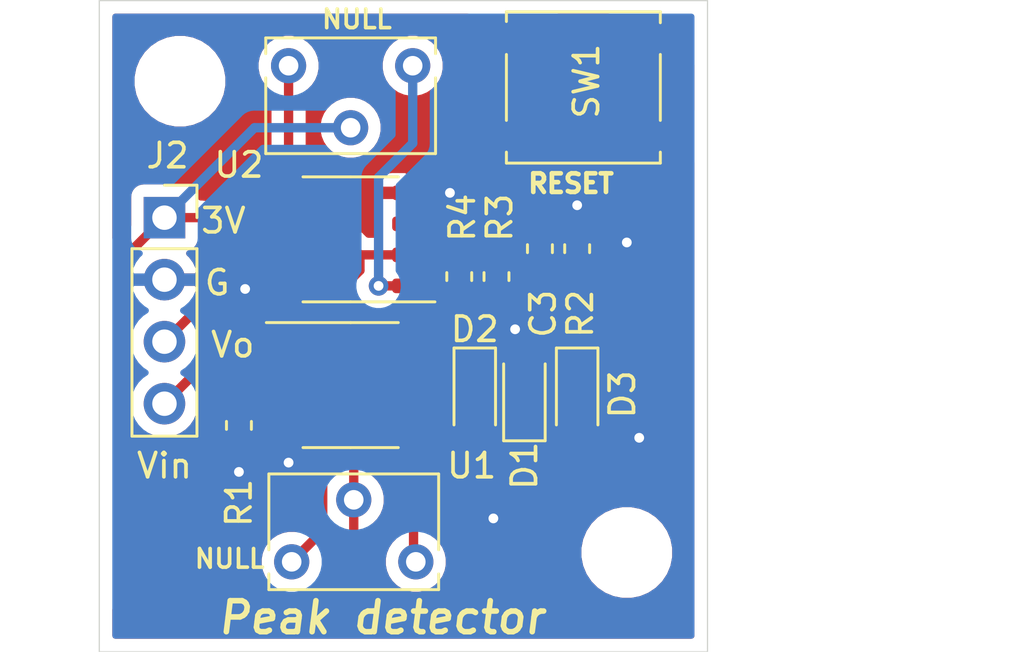
<source format=kicad_pcb>
(kicad_pcb (version 20171130) (host pcbnew 5.1.6-c6e7f7d~87~ubuntu18.04.1)

  (general
    (thickness 1.6)
    (drawings 12)
    (tracks 79)
    (zones 0)
    (modules 16)
    (nets 17)
  )

  (page A4)
  (layers
    (0 F.Cu signal)
    (31 B.Cu signal)
    (32 B.Adhes user)
    (33 F.Adhes user)
    (34 B.Paste user)
    (35 F.Paste user)
    (36 B.SilkS user hide)
    (37 F.SilkS user)
    (38 B.Mask user)
    (39 F.Mask user)
    (40 Dwgs.User user)
    (41 Cmts.User user)
    (42 Eco1.User user)
    (43 Eco2.User user hide)
    (44 Edge.Cuts user)
    (45 Margin user)
    (46 B.CrtYd user)
    (47 F.CrtYd user)
    (48 B.Fab user)
    (49 F.Fab user hide)
  )

  (setup
    (last_trace_width 0.381)
    (user_trace_width 0.254)
    (user_trace_width 0.381)
    (user_trace_width 0.508)
    (user_trace_width 0.635)
    (trace_clearance 0.2)
    (zone_clearance 0.508)
    (zone_45_only no)
    (trace_min 0.2)
    (via_size 0.8)
    (via_drill 0.4)
    (via_min_size 0.4)
    (via_min_drill 0.3)
    (uvia_size 0.3)
    (uvia_drill 0.1)
    (uvias_allowed no)
    (uvia_min_size 0.2)
    (uvia_min_drill 0.1)
    (edge_width 0.05)
    (segment_width 0.2)
    (pcb_text_width 0.3)
    (pcb_text_size 1.5 1.5)
    (mod_edge_width 0.12)
    (mod_text_size 1 1)
    (mod_text_width 0.15)
    (pad_size 1.524 1.524)
    (pad_drill 0.762)
    (pad_to_mask_clearance 0.05)
    (aux_axis_origin 0 0)
    (visible_elements FFFFFF7F)
    (pcbplotparams
      (layerselection 0x010fc_ffffffff)
      (usegerberextensions false)
      (usegerberattributes true)
      (usegerberadvancedattributes true)
      (creategerberjobfile true)
      (excludeedgelayer true)
      (linewidth 0.100000)
      (plotframeref false)
      (viasonmask false)
      (mode 1)
      (useauxorigin false)
      (hpglpennumber 1)
      (hpglpenspeed 20)
      (hpglpendiameter 15.000000)
      (psnegative false)
      (psa4output false)
      (plotreference true)
      (plotvalue true)
      (plotinvisibletext false)
      (padsonsilk false)
      (subtractmaskfromsilk false)
      (outputformat 1)
      (mirror false)
      (drillshape 0)
      (scaleselection 1)
      (outputdirectory "../production/gerbers"))
  )

  (net 0 "")
  (net 1 GND)
  (net 2 +3V3)
  (net 3 "Net-(C3-Pad1)")
  (net 4 "Net-(C3-Pad2)")
  (net 5 "Net-(D1-Pad2)")
  (net 6 "Net-(D1-Pad1)")
  (net 7 "Net-(D2-Pad1)")
  (net 8 /Vin)
  (net 9 /Vout)
  (net 10 "Net-(R1-Pad1)")
  (net 11 "Net-(RV1-Pad3)")
  (net 12 "Net-(RV1-Pad1)")
  (net 13 "Net-(RV2-Pad3)")
  (net 14 "Net-(RV2-Pad1)")
  (net 15 "Net-(U1-Pad8)")
  (net 16 "Net-(U2-Pad8)")

  (net_class Default "This is the default net class."
    (clearance 0.2)
    (trace_width 0.25)
    (via_dia 0.8)
    (via_drill 0.4)
    (uvia_dia 0.3)
    (uvia_drill 0.1)
    (add_net +3V3)
    (add_net /Vin)
    (add_net /Vout)
    (add_net GND)
    (add_net "Net-(C3-Pad1)")
    (add_net "Net-(C3-Pad2)")
    (add_net "Net-(D1-Pad1)")
    (add_net "Net-(D1-Pad2)")
    (add_net "Net-(D2-Pad1)")
    (add_net "Net-(R1-Pad1)")
    (add_net "Net-(RV1-Pad1)")
    (add_net "Net-(RV1-Pad3)")
    (add_net "Net-(RV2-Pad1)")
    (add_net "Net-(RV2-Pad3)")
    (add_net "Net-(U1-Pad8)")
    (add_net "Net-(U2-Pad8)")
  )

  (module Diode_SMD:D_SOD-323_HandSoldering (layer F.Cu) (tedit 58641869) (tstamp 61A9B59E)
    (at 157.353 99.949 90)
    (descr SOD-323)
    (tags SOD-323)
    (path /61AB365B)
    (attr smd)
    (fp_text reference D1 (at -2.921 0 90) (layer F.SilkS)
      (effects (font (size 1 1) (thickness 0.15)))
    )
    (fp_text value 1N4148 (at 0.1 1.9 90) (layer F.Fab)
      (effects (font (size 1 1) (thickness 0.15)))
    )
    (fp_text user %R (at 0 -1.85 90) (layer F.Fab)
      (effects (font (size 1 1) (thickness 0.15)))
    )
    (fp_line (start -1.9 -0.85) (end -1.9 0.85) (layer F.SilkS) (width 0.12))
    (fp_line (start 0.2 0) (end 0.45 0) (layer F.Fab) (width 0.1))
    (fp_line (start 0.2 0.35) (end -0.3 0) (layer F.Fab) (width 0.1))
    (fp_line (start 0.2 -0.35) (end 0.2 0.35) (layer F.Fab) (width 0.1))
    (fp_line (start -0.3 0) (end 0.2 -0.35) (layer F.Fab) (width 0.1))
    (fp_line (start -0.3 0) (end -0.5 0) (layer F.Fab) (width 0.1))
    (fp_line (start -0.3 -0.35) (end -0.3 0.35) (layer F.Fab) (width 0.1))
    (fp_line (start -0.9 0.7) (end -0.9 -0.7) (layer F.Fab) (width 0.1))
    (fp_line (start 0.9 0.7) (end -0.9 0.7) (layer F.Fab) (width 0.1))
    (fp_line (start 0.9 -0.7) (end 0.9 0.7) (layer F.Fab) (width 0.1))
    (fp_line (start -0.9 -0.7) (end 0.9 -0.7) (layer F.Fab) (width 0.1))
    (fp_line (start -2 -0.95) (end 2 -0.95) (layer F.CrtYd) (width 0.05))
    (fp_line (start 2 -0.95) (end 2 0.95) (layer F.CrtYd) (width 0.05))
    (fp_line (start -2 0.95) (end 2 0.95) (layer F.CrtYd) (width 0.05))
    (fp_line (start -2 -0.95) (end -2 0.95) (layer F.CrtYd) (width 0.05))
    (fp_line (start -1.9 0.85) (end 1.25 0.85) (layer F.SilkS) (width 0.12))
    (fp_line (start -1.9 -0.85) (end 1.25 -0.85) (layer F.SilkS) (width 0.12))
    (pad 2 smd rect (at 1.25 0 90) (size 1 1) (layers F.Cu F.Paste F.Mask)
      (net 5 "Net-(D1-Pad2)"))
    (pad 1 smd rect (at -1.25 0 90) (size 1 1) (layers F.Cu F.Paste F.Mask)
      (net 6 "Net-(D1-Pad1)"))
    (model ${KISYS3DMOD}/Diode_SMD.3dshapes/D_SOD-323.wrl
      (at (xyz 0 0 0))
      (scale (xyz 1 1 1))
      (rotate (xyz 0 0 0))
    )
  )

  (module Package_SO:SO-8_3.9x4.9mm_P1.27mm (layer F.Cu) (tedit 5D9F72B1) (tstamp 61A9B6F9)
    (at 150.241 93.599 180)
    (descr "SO, 8 Pin (https://www.nxp.com/docs/en/data-sheet/PCF8523.pdf), generated with kicad-footprint-generator ipc_gullwing_generator.py")
    (tags "SO SO")
    (path /61AA2ED4)
    (attr smd)
    (fp_text reference U2 (at 4.572 3.048) (layer F.SilkS)
      (effects (font (size 1 1) (thickness 0.15)))
    )
    (fp_text value TL071 (at 0 3.4) (layer F.Fab)
      (effects (font (size 1 1) (thickness 0.15)))
    )
    (fp_text user %R (at 0 0) (layer F.Fab)
      (effects (font (size 0.98 0.98) (thickness 0.15)))
    )
    (fp_line (start 0 2.56) (end 1.95 2.56) (layer F.SilkS) (width 0.12))
    (fp_line (start 0 2.56) (end -1.95 2.56) (layer F.SilkS) (width 0.12))
    (fp_line (start 0 -2.56) (end 1.95 -2.56) (layer F.SilkS) (width 0.12))
    (fp_line (start 0 -2.56) (end -3.45 -2.56) (layer F.SilkS) (width 0.12))
    (fp_line (start -0.975 -2.45) (end 1.95 -2.45) (layer F.Fab) (width 0.1))
    (fp_line (start 1.95 -2.45) (end 1.95 2.45) (layer F.Fab) (width 0.1))
    (fp_line (start 1.95 2.45) (end -1.95 2.45) (layer F.Fab) (width 0.1))
    (fp_line (start -1.95 2.45) (end -1.95 -1.475) (layer F.Fab) (width 0.1))
    (fp_line (start -1.95 -1.475) (end -0.975 -2.45) (layer F.Fab) (width 0.1))
    (fp_line (start -3.7 -2.7) (end -3.7 2.7) (layer F.CrtYd) (width 0.05))
    (fp_line (start -3.7 2.7) (end 3.7 2.7) (layer F.CrtYd) (width 0.05))
    (fp_line (start 3.7 2.7) (end 3.7 -2.7) (layer F.CrtYd) (width 0.05))
    (fp_line (start 3.7 -2.7) (end -3.7 -2.7) (layer F.CrtYd) (width 0.05))
    (pad 8 smd roundrect (at 2.575 -1.905 180) (size 1.75 0.6) (layers F.Cu F.Paste F.Mask) (roundrect_rratio 0.25)
      (net 16 "Net-(U2-Pad8)"))
    (pad 7 smd roundrect (at 2.575 -0.635 180) (size 1.75 0.6) (layers F.Cu F.Paste F.Mask) (roundrect_rratio 0.25)
      (net 2 +3V3))
    (pad 6 smd roundrect (at 2.575 0.635 180) (size 1.75 0.6) (layers F.Cu F.Paste F.Mask) (roundrect_rratio 0.25)
      (net 9 /Vout))
    (pad 5 smd roundrect (at 2.575 1.905 180) (size 1.75 0.6) (layers F.Cu F.Paste F.Mask) (roundrect_rratio 0.25)
      (net 13 "Net-(RV2-Pad3)"))
    (pad 4 smd roundrect (at -2.575 1.905 180) (size 1.75 0.6) (layers F.Cu F.Paste F.Mask) (roundrect_rratio 0.25)
      (net 1 GND))
    (pad 3 smd roundrect (at -2.575 0.635 180) (size 1.75 0.6) (layers F.Cu F.Paste F.Mask) (roundrect_rratio 0.25)
      (net 4 "Net-(C3-Pad2)"))
    (pad 2 smd roundrect (at -2.575 -0.635 180) (size 1.75 0.6) (layers F.Cu F.Paste F.Mask) (roundrect_rratio 0.25)
      (net 9 /Vout))
    (pad 1 smd roundrect (at -2.575 -1.905 180) (size 1.75 0.6) (layers F.Cu F.Paste F.Mask) (roundrect_rratio 0.25)
      (net 14 "Net-(RV2-Pad1)"))
    (model ${KISYS3DMOD}/Package_SO.3dshapes/SO-8_3.9x4.9mm_P1.27mm.wrl
      (at (xyz 0 0 0))
      (scale (xyz 1 1 1))
      (rotate (xyz 0 0 0))
    )
    (model /home/jf/Documents/KiCAD/advent-calendar-of-circuits-2021/lib/3d/SO8.STEP
      (offset (xyz -6.35 -14.2875 0.254))
      (scale (xyz 1 1 1))
      (rotate (xyz -90 0 90))
    )
  )

  (module Diode_SMD:D_SOD-323_HandSoldering (layer F.Cu) (tedit 58641869) (tstamp 61A9BC22)
    (at 159.512 99.949 270)
    (descr SOD-323)
    (tags SOD-323)
    (path /61BA3E39)
    (attr smd)
    (fp_text reference D3 (at 0 -1.85 90) (layer F.SilkS)
      (effects (font (size 1 1) (thickness 0.15)))
    )
    (fp_text value 1N4148 (at 0.1 1.9 90) (layer F.Fab)
      (effects (font (size 1 1) (thickness 0.15)))
    )
    (fp_text user %R (at 0 -1.85 90) (layer F.Fab)
      (effects (font (size 1 1) (thickness 0.15)))
    )
    (fp_line (start -1.9 -0.85) (end -1.9 0.85) (layer F.SilkS) (width 0.12))
    (fp_line (start 0.2 0) (end 0.45 0) (layer F.Fab) (width 0.1))
    (fp_line (start 0.2 0.35) (end -0.3 0) (layer F.Fab) (width 0.1))
    (fp_line (start 0.2 -0.35) (end 0.2 0.35) (layer F.Fab) (width 0.1))
    (fp_line (start -0.3 0) (end 0.2 -0.35) (layer F.Fab) (width 0.1))
    (fp_line (start -0.3 0) (end -0.5 0) (layer F.Fab) (width 0.1))
    (fp_line (start -0.3 -0.35) (end -0.3 0.35) (layer F.Fab) (width 0.1))
    (fp_line (start -0.9 0.7) (end -0.9 -0.7) (layer F.Fab) (width 0.1))
    (fp_line (start 0.9 0.7) (end -0.9 0.7) (layer F.Fab) (width 0.1))
    (fp_line (start 0.9 -0.7) (end 0.9 0.7) (layer F.Fab) (width 0.1))
    (fp_line (start -0.9 -0.7) (end 0.9 -0.7) (layer F.Fab) (width 0.1))
    (fp_line (start -2 -0.95) (end 2 -0.95) (layer F.CrtYd) (width 0.05))
    (fp_line (start 2 -0.95) (end 2 0.95) (layer F.CrtYd) (width 0.05))
    (fp_line (start -2 0.95) (end 2 0.95) (layer F.CrtYd) (width 0.05))
    (fp_line (start -2 -0.95) (end -2 0.95) (layer F.CrtYd) (width 0.05))
    (fp_line (start -1.9 0.85) (end 1.25 0.85) (layer F.SilkS) (width 0.12))
    (fp_line (start -1.9 -0.85) (end 1.25 -0.85) (layer F.SilkS) (width 0.12))
    (pad 2 smd rect (at 1.25 0 270) (size 1 1) (layers F.Cu F.Paste F.Mask)
      (net 7 "Net-(D2-Pad1)"))
    (pad 1 smd rect (at -1.25 0 270) (size 1 1) (layers F.Cu F.Paste F.Mask)
      (net 4 "Net-(C3-Pad2)"))
    (model ${KISYS3DMOD}/Diode_SMD.3dshapes/D_SOD-323.wrl
      (at (xyz 0 0 0))
      (scale (xyz 1 1 1))
      (rotate (xyz 0 0 0))
    )
  )

  (module Diode_SMD:D_SOD-323_HandSoldering (layer F.Cu) (tedit 58641869) (tstamp 61A9BC0A)
    (at 155.321 99.949 270)
    (descr SOD-323)
    (tags SOD-323)
    (path /61BA2EBD)
    (attr smd)
    (fp_text reference D2 (at -2.667 0 180) (layer F.SilkS)
      (effects (font (size 1 1) (thickness 0.15)))
    )
    (fp_text value 1N4148 (at 0.1 1.9 90) (layer F.Fab)
      (effects (font (size 1 1) (thickness 0.15)))
    )
    (fp_text user %R (at 0 -1.85 90) (layer F.Fab)
      (effects (font (size 1 1) (thickness 0.15)))
    )
    (fp_line (start -1.9 -0.85) (end -1.9 0.85) (layer F.SilkS) (width 0.12))
    (fp_line (start 0.2 0) (end 0.45 0) (layer F.Fab) (width 0.1))
    (fp_line (start 0.2 0.35) (end -0.3 0) (layer F.Fab) (width 0.1))
    (fp_line (start 0.2 -0.35) (end 0.2 0.35) (layer F.Fab) (width 0.1))
    (fp_line (start -0.3 0) (end 0.2 -0.35) (layer F.Fab) (width 0.1))
    (fp_line (start -0.3 0) (end -0.5 0) (layer F.Fab) (width 0.1))
    (fp_line (start -0.3 -0.35) (end -0.3 0.35) (layer F.Fab) (width 0.1))
    (fp_line (start -0.9 0.7) (end -0.9 -0.7) (layer F.Fab) (width 0.1))
    (fp_line (start 0.9 0.7) (end -0.9 0.7) (layer F.Fab) (width 0.1))
    (fp_line (start 0.9 -0.7) (end 0.9 0.7) (layer F.Fab) (width 0.1))
    (fp_line (start -0.9 -0.7) (end 0.9 -0.7) (layer F.Fab) (width 0.1))
    (fp_line (start -2 -0.95) (end 2 -0.95) (layer F.CrtYd) (width 0.05))
    (fp_line (start 2 -0.95) (end 2 0.95) (layer F.CrtYd) (width 0.05))
    (fp_line (start -2 0.95) (end 2 0.95) (layer F.CrtYd) (width 0.05))
    (fp_line (start -2 -0.95) (end -2 0.95) (layer F.CrtYd) (width 0.05))
    (fp_line (start -1.9 0.85) (end 1.25 0.85) (layer F.SilkS) (width 0.12))
    (fp_line (start -1.9 -0.85) (end 1.25 -0.85) (layer F.SilkS) (width 0.12))
    (pad 2 smd rect (at 1.25 0 270) (size 1 1) (layers F.Cu F.Paste F.Mask)
      (net 6 "Net-(D1-Pad1)"))
    (pad 1 smd rect (at -1.25 0 270) (size 1 1) (layers F.Cu F.Paste F.Mask)
      (net 7 "Net-(D2-Pad1)"))
    (model ${KISYS3DMOD}/Diode_SMD.3dshapes/D_SOD-323.wrl
      (at (xyz 0 0 0))
      (scale (xyz 1 1 1))
      (rotate (xyz 0 0 0))
    )
  )

  (module Package_SO:SO-8_3.9x4.9mm_P1.27mm (layer F.Cu) (tedit 5D9F72B1) (tstamp 61A9B6DF)
    (at 150.241 99.568)
    (descr "SO, 8 Pin (https://www.nxp.com/docs/en/data-sheet/PCF8523.pdf), generated with kicad-footprint-generator ipc_gullwing_generator.py")
    (tags "SO SO")
    (path /61AA1B8E)
    (attr smd)
    (fp_text reference U1 (at 4.953 3.302) (layer F.SilkS)
      (effects (font (size 1 1) (thickness 0.15)))
    )
    (fp_text value TL071 (at 0 3.4) (layer F.Fab)
      (effects (font (size 1 1) (thickness 0.15)))
    )
    (fp_text user %R (at 0 0) (layer F.Fab)
      (effects (font (size 0.98 0.98) (thickness 0.15)))
    )
    (fp_line (start 0 2.56) (end 1.95 2.56) (layer F.SilkS) (width 0.12))
    (fp_line (start 0 2.56) (end -1.95 2.56) (layer F.SilkS) (width 0.12))
    (fp_line (start 0 -2.56) (end 1.95 -2.56) (layer F.SilkS) (width 0.12))
    (fp_line (start 0 -2.56) (end -3.45 -2.56) (layer F.SilkS) (width 0.12))
    (fp_line (start -0.975 -2.45) (end 1.95 -2.45) (layer F.Fab) (width 0.1))
    (fp_line (start 1.95 -2.45) (end 1.95 2.45) (layer F.Fab) (width 0.1))
    (fp_line (start 1.95 2.45) (end -1.95 2.45) (layer F.Fab) (width 0.1))
    (fp_line (start -1.95 2.45) (end -1.95 -1.475) (layer F.Fab) (width 0.1))
    (fp_line (start -1.95 -1.475) (end -0.975 -2.45) (layer F.Fab) (width 0.1))
    (fp_line (start -3.7 -2.7) (end -3.7 2.7) (layer F.CrtYd) (width 0.05))
    (fp_line (start -3.7 2.7) (end 3.7 2.7) (layer F.CrtYd) (width 0.05))
    (fp_line (start 3.7 2.7) (end 3.7 -2.7) (layer F.CrtYd) (width 0.05))
    (fp_line (start 3.7 -2.7) (end -3.7 -2.7) (layer F.CrtYd) (width 0.05))
    (pad 8 smd roundrect (at 2.575 -1.905) (size 1.75 0.6) (layers F.Cu F.Paste F.Mask) (roundrect_rratio 0.25)
      (net 15 "Net-(U1-Pad8)"))
    (pad 7 smd roundrect (at 2.575 -0.635) (size 1.75 0.6) (layers F.Cu F.Paste F.Mask) (roundrect_rratio 0.25)
      (net 2 +3V3))
    (pad 6 smd roundrect (at 2.575 0.635) (size 1.75 0.6) (layers F.Cu F.Paste F.Mask) (roundrect_rratio 0.25)
      (net 6 "Net-(D1-Pad1)"))
    (pad 5 smd roundrect (at 2.575 1.905) (size 1.75 0.6) (layers F.Cu F.Paste F.Mask) (roundrect_rratio 0.25)
      (net 11 "Net-(RV1-Pad3)"))
    (pad 4 smd roundrect (at -2.575 1.905) (size 1.75 0.6) (layers F.Cu F.Paste F.Mask) (roundrect_rratio 0.25)
      (net 1 GND))
    (pad 3 smd roundrect (at -2.575 0.635) (size 1.75 0.6) (layers F.Cu F.Paste F.Mask) (roundrect_rratio 0.25)
      (net 10 "Net-(R1-Pad1)"))
    (pad 2 smd roundrect (at -2.575 -0.635) (size 1.75 0.6) (layers F.Cu F.Paste F.Mask) (roundrect_rratio 0.25)
      (net 8 /Vin))
    (pad 1 smd roundrect (at -2.575 -1.905) (size 1.75 0.6) (layers F.Cu F.Paste F.Mask) (roundrect_rratio 0.25)
      (net 12 "Net-(RV1-Pad1)"))
    (model ${KISYS3DMOD}/Package_SO.3dshapes/SO-8_3.9x4.9mm_P1.27mm.wrl
      (at (xyz 0 0 0))
      (scale (xyz 1 1 1))
      (rotate (xyz 0 0 0))
    )
    (model /home/jf/Documents/KiCAD/advent-calendar-of-circuits-2021/lib/3d/SO8.STEP
      (offset (xyz -6.35 -14.2748 0.254))
      (scale (xyz 1 1 1))
      (rotate (xyz -90 0 90))
    )
  )

  (module Button_Switch_SMD:SW_SPST_EVPBF (layer F.Cu) (tedit 5A02FC95) (tstamp 61A9B6C5)
    (at 159.766 87.376 180)
    (descr "Light Touch Switch")
    (path /61ABA409)
    (attr smd)
    (fp_text reference SW1 (at -0.127 0.254 90) (layer F.SilkS)
      (effects (font (size 1 1) (thickness 0.15)))
    )
    (fp_text value SW_Push (at 0 4.25) (layer F.Fab)
      (effects (font (size 1 1) (thickness 0.15)))
    )
    (fp_text user %R (at 0 -3.9) (layer F.Fab)
      (effects (font (size 1 1) (thickness 0.15)))
    )
    (fp_line (start -3.15 2.65) (end -3.15 3.1) (layer F.SilkS) (width 0.12))
    (fp_line (start -3.15 3.1) (end 3.15 3.1) (layer F.SilkS) (width 0.12))
    (fp_line (start 3.15 3.1) (end 3.15 2.7) (layer F.SilkS) (width 0.12))
    (fp_line (start -3.15 1.35) (end -3.15 -1.35) (layer F.SilkS) (width 0.12))
    (fp_line (start 3.15 -1.35) (end 3.15 1.35) (layer F.SilkS) (width 0.12))
    (fp_line (start -3.15 -3.1) (end 3.15 -3.1) (layer F.SilkS) (width 0.12))
    (fp_line (start 3.15 -3.1) (end 3.15 -2.65) (layer F.SilkS) (width 0.12))
    (fp_line (start -3.15 -2.65) (end -3.15 -3.1) (layer F.SilkS) (width 0.12))
    (fp_line (start -3 -3) (end 3 -3) (layer F.Fab) (width 0.1))
    (fp_line (start 3 -3) (end 3 3) (layer F.Fab) (width 0.1))
    (fp_line (start 3 3) (end -3 3) (layer F.Fab) (width 0.1))
    (fp_line (start -3 3) (end -3 -3) (layer F.Fab) (width 0.1))
    (fp_line (start -4.5 -3.25) (end 4.5 -3.25) (layer F.CrtYd) (width 0.05))
    (fp_line (start 4.5 -3.25) (end 4.5 3.25) (layer F.CrtYd) (width 0.05))
    (fp_line (start 4.5 3.25) (end -4.5 3.25) (layer F.CrtYd) (width 0.05))
    (fp_line (start -4.5 3.25) (end -4.5 -3.25) (layer F.CrtYd) (width 0.05))
    (fp_circle (center 0 0) (end 1.7 0) (layer F.Fab) (width 0.1))
    (pad 2 smd rect (at 2.88 2 180) (size 2.75 1) (layers F.Cu F.Paste F.Mask)
      (net 1 GND))
    (pad 2 smd rect (at -2.88 2 180) (size 2.75 1) (layers F.Cu F.Paste F.Mask)
      (net 1 GND))
    (pad 1 smd rect (at -2.88 -2 180) (size 2.75 1) (layers F.Cu F.Paste F.Mask)
      (net 4 "Net-(C3-Pad2)"))
    (pad 1 smd rect (at 2.88 -2 180) (size 2.75 1) (layers F.Cu F.Paste F.Mask)
      (net 4 "Net-(C3-Pad2)"))
    (model ${KISYS3DMOD}/Button_Switch_SMD.3dshapes/SW_SPST_EVPBF.wrl
      (at (xyz 0 0 0))
      (scale (xyz 1 1 1))
      (rotate (xyz 0 0 0))
    )
    (model ${KISYS3DMOD}/Button_Switch_SMD.3dshapes/SW_SPST_PTS645.step
      (at (xyz 0 0 0))
      (scale (xyz 0.9 0.9 0.9))
      (rotate (xyz 0 0 0))
    )
  )

  (module Potentiometer_THT:Potentiometer_Bourns_3266W_Vertical (layer F.Cu) (tedit 5A3D4994) (tstamp 61A9B6AB)
    (at 152.781 86.487)
    (descr "Potentiometer, vertical, Bourns 3266W, https://www.bourns.com/docs/Product-Datasheets/3266.pdf")
    (tags "Potentiometer vertical Bourns 3266W")
    (path /61AAF775)
    (fp_text reference NULL (at -2.286 -1.905) (layer F.SilkS)
      (effects (font (size 0.762 0.762) (thickness 0.15)))
    )
    (fp_text value 100K (at -2.54 4.73) (layer F.Fab)
      (effects (font (size 1 1) (thickness 0.15)))
    )
    (fp_text user %R (at -3.175 1.23) (layer F.Fab)
      (effects (font (size 0.91 0.91) (thickness 0.15)))
    )
    (fp_circle (center -0.455 2.21) (end 0.435 2.21) (layer F.Fab) (width 0.1))
    (fp_line (start -5.895 -1.02) (end -5.895 3.48) (layer F.Fab) (width 0.1))
    (fp_line (start -5.895 3.48) (end 0.815 3.48) (layer F.Fab) (width 0.1))
    (fp_line (start 0.815 3.48) (end 0.815 -1.02) (layer F.Fab) (width 0.1))
    (fp_line (start 0.815 -1.02) (end -5.895 -1.02) (layer F.Fab) (width 0.1))
    (fp_line (start -0.455 3.092) (end -0.454 1.329) (layer F.Fab) (width 0.1))
    (fp_line (start -0.455 3.092) (end -0.454 1.329) (layer F.Fab) (width 0.1))
    (fp_line (start -6.015 -1.14) (end 0.935 -1.14) (layer F.SilkS) (width 0.12))
    (fp_line (start -6.015 3.6) (end 0.935 3.6) (layer F.SilkS) (width 0.12))
    (fp_line (start -6.015 -1.14) (end -6.015 -0.495) (layer F.SilkS) (width 0.12))
    (fp_line (start -6.015 0.495) (end -6.015 3.6) (layer F.SilkS) (width 0.12))
    (fp_line (start 0.935 -1.14) (end 0.935 -0.495) (layer F.SilkS) (width 0.12))
    (fp_line (start 0.935 0.495) (end 0.935 3.6) (layer F.SilkS) (width 0.12))
    (fp_line (start -6.15 -1.3) (end -6.15 3.75) (layer F.CrtYd) (width 0.05))
    (fp_line (start -6.15 3.75) (end 1.1 3.75) (layer F.CrtYd) (width 0.05))
    (fp_line (start 1.1 3.75) (end 1.1 -1.3) (layer F.CrtYd) (width 0.05))
    (fp_line (start 1.1 -1.3) (end -6.15 -1.3) (layer F.CrtYd) (width 0.05))
    (pad 3 thru_hole circle (at -5.08 0) (size 1.44 1.44) (drill 0.8) (layers *.Cu *.Mask)
      (net 13 "Net-(RV2-Pad3)"))
    (pad 2 thru_hole circle (at -2.54 2.54) (size 1.44 1.44) (drill 0.8) (layers *.Cu *.Mask)
      (net 2 +3V3))
    (pad 1 thru_hole circle (at 0 0) (size 1.44 1.44) (drill 0.8) (layers *.Cu *.Mask)
      (net 14 "Net-(RV2-Pad1)"))
    (model ${KISYS3DMOD}/Potentiometer_THT.3dshapes/Potentiometer_Bourns_3266W_Vertical.wrl
      (at (xyz 0 0 0))
      (scale (xyz 1 1 1))
      (rotate (xyz 0 0 0))
    )
  )

  (module Potentiometer_THT:Potentiometer_Bourns_3266W_Vertical (layer F.Cu) (tedit 5A3D4994) (tstamp 61A9B692)
    (at 147.828 106.807 180)
    (descr "Potentiometer, vertical, Bourns 3266W, https://www.bourns.com/docs/Product-Datasheets/3266.pdf")
    (tags "Potentiometer vertical Bourns 3266W")
    (path /61AAEDF8)
    (fp_text reference NULL (at 2.54 0.127) (layer F.SilkS)
      (effects (font (size 0.762 0.762) (thickness 0.15)))
    )
    (fp_text value 100K (at -2.54 4.73) (layer F.Fab)
      (effects (font (size 1 1) (thickness 0.15)))
    )
    (fp_text user %R (at -3.175 1.23) (layer F.Fab)
      (effects (font (size 0.91 0.91) (thickness 0.15)))
    )
    (fp_circle (center -0.455 2.21) (end 0.435 2.21) (layer F.Fab) (width 0.1))
    (fp_line (start -5.895 -1.02) (end -5.895 3.48) (layer F.Fab) (width 0.1))
    (fp_line (start -5.895 3.48) (end 0.815 3.48) (layer F.Fab) (width 0.1))
    (fp_line (start 0.815 3.48) (end 0.815 -1.02) (layer F.Fab) (width 0.1))
    (fp_line (start 0.815 -1.02) (end -5.895 -1.02) (layer F.Fab) (width 0.1))
    (fp_line (start -0.455 3.092) (end -0.454 1.329) (layer F.Fab) (width 0.1))
    (fp_line (start -0.455 3.092) (end -0.454 1.329) (layer F.Fab) (width 0.1))
    (fp_line (start -6.015 -1.14) (end 0.935 -1.14) (layer F.SilkS) (width 0.12))
    (fp_line (start -6.015 3.6) (end 0.935 3.6) (layer F.SilkS) (width 0.12))
    (fp_line (start -6.015 -1.14) (end -6.015 -0.495) (layer F.SilkS) (width 0.12))
    (fp_line (start -6.015 0.495) (end -6.015 3.6) (layer F.SilkS) (width 0.12))
    (fp_line (start 0.935 -1.14) (end 0.935 -0.495) (layer F.SilkS) (width 0.12))
    (fp_line (start 0.935 0.495) (end 0.935 3.6) (layer F.SilkS) (width 0.12))
    (fp_line (start -6.15 -1.3) (end -6.15 3.75) (layer F.CrtYd) (width 0.05))
    (fp_line (start -6.15 3.75) (end 1.1 3.75) (layer F.CrtYd) (width 0.05))
    (fp_line (start 1.1 3.75) (end 1.1 -1.3) (layer F.CrtYd) (width 0.05))
    (fp_line (start 1.1 -1.3) (end -6.15 -1.3) (layer F.CrtYd) (width 0.05))
    (pad 3 thru_hole circle (at -5.08 0 180) (size 1.44 1.44) (drill 0.8) (layers *.Cu *.Mask)
      (net 11 "Net-(RV1-Pad3)"))
    (pad 2 thru_hole circle (at -2.54 2.54 180) (size 1.44 1.44) (drill 0.8) (layers *.Cu *.Mask)
      (net 2 +3V3))
    (pad 1 thru_hole circle (at 0 0 180) (size 1.44 1.44) (drill 0.8) (layers *.Cu *.Mask)
      (net 12 "Net-(RV1-Pad1)"))
    (model ${KISYS3DMOD}/Potentiometer_THT.3dshapes/Potentiometer_Bourns_3266W_Vertical.wrl
      (at (xyz 0 0 0))
      (scale (xyz 1 1 1))
      (rotate (xyz 0 0 0))
    )
  )

  (module Resistor_SMD:R_0603_1608Metric (layer F.Cu) (tedit 5B301BBD) (tstamp 61A9B679)
    (at 154.686 95.123 270)
    (descr "Resistor SMD 0603 (1608 Metric), square (rectangular) end terminal, IPC_7351 nominal, (Body size source: http://www.tortai-tech.com/upload/download/2011102023233369053.pdf), generated with kicad-footprint-generator")
    (tags resistor)
    (path /61AC9460)
    (attr smd)
    (fp_text reference R4 (at -2.413 -0.127 90) (layer F.SilkS)
      (effects (font (size 1 1) (thickness 0.15)))
    )
    (fp_text value 10K (at 0 1.43 90) (layer F.Fab)
      (effects (font (size 1 1) (thickness 0.15)))
    )
    (fp_text user %R (at 0 0 90) (layer F.Fab)
      (effects (font (size 0.4 0.4) (thickness 0.06)))
    )
    (fp_line (start -0.8 0.4) (end -0.8 -0.4) (layer F.Fab) (width 0.1))
    (fp_line (start -0.8 -0.4) (end 0.8 -0.4) (layer F.Fab) (width 0.1))
    (fp_line (start 0.8 -0.4) (end 0.8 0.4) (layer F.Fab) (width 0.1))
    (fp_line (start 0.8 0.4) (end -0.8 0.4) (layer F.Fab) (width 0.1))
    (fp_line (start -0.162779 -0.51) (end 0.162779 -0.51) (layer F.SilkS) (width 0.12))
    (fp_line (start -0.162779 0.51) (end 0.162779 0.51) (layer F.SilkS) (width 0.12))
    (fp_line (start -1.48 0.73) (end -1.48 -0.73) (layer F.CrtYd) (width 0.05))
    (fp_line (start -1.48 -0.73) (end 1.48 -0.73) (layer F.CrtYd) (width 0.05))
    (fp_line (start 1.48 -0.73) (end 1.48 0.73) (layer F.CrtYd) (width 0.05))
    (fp_line (start 1.48 0.73) (end -1.48 0.73) (layer F.CrtYd) (width 0.05))
    (pad 2 smd roundrect (at 0.7875 0 270) (size 0.875 0.95) (layers F.Cu F.Paste F.Mask) (roundrect_rratio 0.25)
      (net 7 "Net-(D2-Pad1)"))
    (pad 1 smd roundrect (at -0.7875 0 270) (size 0.875 0.95) (layers F.Cu F.Paste F.Mask) (roundrect_rratio 0.25)
      (net 9 /Vout))
    (model ${KISYS3DMOD}/Resistor_SMD.3dshapes/R_0603_1608Metric.wrl
      (at (xyz 0 0 0))
      (scale (xyz 1 1 1))
      (rotate (xyz 0 0 0))
    )
  )

  (module Resistor_SMD:R_0603_1608Metric (layer F.Cu) (tedit 5B301BBD) (tstamp 61A9B668)
    (at 156.21 95.123 270)
    (descr "Resistor SMD 0603 (1608 Metric), square (rectangular) end terminal, IPC_7351 nominal, (Body size source: http://www.tortai-tech.com/upload/download/2011102023233369053.pdf), generated with kicad-footprint-generator")
    (tags resistor)
    (path /61ABCB93)
    (attr smd)
    (fp_text reference R3 (at -2.413 -0.127 90) (layer F.SilkS)
      (effects (font (size 1 1) (thickness 0.15)))
    )
    (fp_text value 10K (at 0 1.43 90) (layer F.Fab)
      (effects (font (size 1 1) (thickness 0.15)))
    )
    (fp_text user %R (at 0 0 90) (layer F.Fab)
      (effects (font (size 0.4 0.4) (thickness 0.06)))
    )
    (fp_line (start -0.8 0.4) (end -0.8 -0.4) (layer F.Fab) (width 0.1))
    (fp_line (start -0.8 -0.4) (end 0.8 -0.4) (layer F.Fab) (width 0.1))
    (fp_line (start 0.8 -0.4) (end 0.8 0.4) (layer F.Fab) (width 0.1))
    (fp_line (start 0.8 0.4) (end -0.8 0.4) (layer F.Fab) (width 0.1))
    (fp_line (start -0.162779 -0.51) (end 0.162779 -0.51) (layer F.SilkS) (width 0.12))
    (fp_line (start -0.162779 0.51) (end 0.162779 0.51) (layer F.SilkS) (width 0.12))
    (fp_line (start -1.48 0.73) (end -1.48 -0.73) (layer F.CrtYd) (width 0.05))
    (fp_line (start -1.48 -0.73) (end 1.48 -0.73) (layer F.CrtYd) (width 0.05))
    (fp_line (start 1.48 -0.73) (end 1.48 0.73) (layer F.CrtYd) (width 0.05))
    (fp_line (start 1.48 0.73) (end -1.48 0.73) (layer F.CrtYd) (width 0.05))
    (pad 2 smd roundrect (at 0.7875 0 270) (size 0.875 0.95) (layers F.Cu F.Paste F.Mask) (roundrect_rratio 0.25)
      (net 5 "Net-(D1-Pad2)"))
    (pad 1 smd roundrect (at -0.7875 0 270) (size 0.875 0.95) (layers F.Cu F.Paste F.Mask) (roundrect_rratio 0.25)
      (net 9 /Vout))
    (model ${KISYS3DMOD}/Resistor_SMD.3dshapes/R_0603_1608Metric.wrl
      (at (xyz 0 0 0))
      (scale (xyz 1 1 1))
      (rotate (xyz 0 0 0))
    )
  )

  (module Resistor_SMD:R_0603_1608Metric (layer F.Cu) (tedit 5B301BBD) (tstamp 61A9B637)
    (at 145.669 101.219 270)
    (descr "Resistor SMD 0603 (1608 Metric), square (rectangular) end terminal, IPC_7351 nominal, (Body size source: http://www.tortai-tech.com/upload/download/2011102023233369053.pdf), generated with kicad-footprint-generator")
    (tags resistor)
    (path /61B145D9)
    (attr smd)
    (fp_text reference R1 (at 3.175 0 90) (layer F.SilkS)
      (effects (font (size 1 1) (thickness 0.15)))
    )
    (fp_text value 10K (at 0 1.43 90) (layer F.Fab)
      (effects (font (size 1 1) (thickness 0.15)))
    )
    (fp_text user %R (at 0 0 90) (layer F.Fab)
      (effects (font (size 0.4 0.4) (thickness 0.06)))
    )
    (fp_line (start -0.8 0.4) (end -0.8 -0.4) (layer F.Fab) (width 0.1))
    (fp_line (start -0.8 -0.4) (end 0.8 -0.4) (layer F.Fab) (width 0.1))
    (fp_line (start 0.8 -0.4) (end 0.8 0.4) (layer F.Fab) (width 0.1))
    (fp_line (start 0.8 0.4) (end -0.8 0.4) (layer F.Fab) (width 0.1))
    (fp_line (start -0.162779 -0.51) (end 0.162779 -0.51) (layer F.SilkS) (width 0.12))
    (fp_line (start -0.162779 0.51) (end 0.162779 0.51) (layer F.SilkS) (width 0.12))
    (fp_line (start -1.48 0.73) (end -1.48 -0.73) (layer F.CrtYd) (width 0.05))
    (fp_line (start -1.48 -0.73) (end 1.48 -0.73) (layer F.CrtYd) (width 0.05))
    (fp_line (start 1.48 -0.73) (end 1.48 0.73) (layer F.CrtYd) (width 0.05))
    (fp_line (start 1.48 0.73) (end -1.48 0.73) (layer F.CrtYd) (width 0.05))
    (pad 2 smd roundrect (at 0.7875 0 270) (size 0.875 0.95) (layers F.Cu F.Paste F.Mask) (roundrect_rratio 0.25)
      (net 1 GND))
    (pad 1 smd roundrect (at -0.7875 0 270) (size 0.875 0.95) (layers F.Cu F.Paste F.Mask) (roundrect_rratio 0.25)
      (net 10 "Net-(R1-Pad1)"))
    (model ${KISYS3DMOD}/Resistor_SMD.3dshapes/R_0603_1608Metric.wrl
      (at (xyz 0 0 0))
      (scale (xyz 1 1 1))
      (rotate (xyz 0 0 0))
    )
  )

  (module Capacitor_SMD:C_0603_1608Metric (layer F.Cu) (tedit 5B301BBE) (tstamp 61A8F661)
    (at 157.988 93.98 90)
    (descr "Capacitor SMD 0603 (1608 Metric), square (rectangular) end terminal, IPC_7351 nominal, (Body size source: http://www.tortai-tech.com/upload/download/2011102023233369053.pdf), generated with kicad-footprint-generator")
    (tags capacitor)
    (path /61A9D282)
    (attr smd)
    (fp_text reference C3 (at -2.667 0.127 270) (layer F.SilkS)
      (effects (font (size 1 1) (thickness 0.15)))
    )
    (fp_text value 10nF (at 0 1.43 90) (layer F.Fab)
      (effects (font (size 1 1) (thickness 0.15)))
    )
    (fp_line (start 1.48 0.73) (end -1.48 0.73) (layer F.CrtYd) (width 0.05))
    (fp_line (start 1.48 -0.73) (end 1.48 0.73) (layer F.CrtYd) (width 0.05))
    (fp_line (start -1.48 -0.73) (end 1.48 -0.73) (layer F.CrtYd) (width 0.05))
    (fp_line (start -1.48 0.73) (end -1.48 -0.73) (layer F.CrtYd) (width 0.05))
    (fp_line (start -0.162779 0.51) (end 0.162779 0.51) (layer F.SilkS) (width 0.12))
    (fp_line (start -0.162779 -0.51) (end 0.162779 -0.51) (layer F.SilkS) (width 0.12))
    (fp_line (start 0.8 0.4) (end -0.8 0.4) (layer F.Fab) (width 0.1))
    (fp_line (start 0.8 -0.4) (end 0.8 0.4) (layer F.Fab) (width 0.1))
    (fp_line (start -0.8 -0.4) (end 0.8 -0.4) (layer F.Fab) (width 0.1))
    (fp_line (start -0.8 0.4) (end -0.8 -0.4) (layer F.Fab) (width 0.1))
    (fp_text user %R (at 0 0 90) (layer F.Fab)
      (effects (font (size 0.4 0.4) (thickness 0.06)))
    )
    (pad 2 smd roundrect (at 0.7875 0 90) (size 0.875 0.95) (layers F.Cu F.Paste F.Mask) (roundrect_rratio 0.25)
      (net 4 "Net-(C3-Pad2)"))
    (pad 1 smd roundrect (at -0.7875 0 90) (size 0.875 0.95) (layers F.Cu F.Paste F.Mask) (roundrect_rratio 0.25)
      (net 3 "Net-(C3-Pad1)"))
    (model ${KISYS3DMOD}/Capacitor_SMD.3dshapes/C_0603_1608Metric.wrl
      (at (xyz 0 0 0))
      (scale (xyz 1 1 1))
      (rotate (xyz 0 0 0))
    )
  )

  (module MountingHole:MountingHole_2.7mm_M2.5 (layer F.Cu) (tedit 56D1B4CB) (tstamp 61A8CCDD)
    (at 161.544 106.426)
    (descr "Mounting Hole 2.7mm, no annular, M2.5")
    (tags "mounting hole 2.7mm no annular m2.5")
    (path /61B14D6F)
    (attr virtual)
    (fp_text reference H2 (at -4.064 2.286) (layer F.SilkS) hide
      (effects (font (size 1 1) (thickness 0.15)))
    )
    (fp_text value MountingHole (at 0 3.7) (layer F.Fab)
      (effects (font (size 1 1) (thickness 0.15)))
    )
    (fp_circle (center 0 0) (end 2.7 0) (layer Cmts.User) (width 0.15))
    (fp_circle (center 0 0) (end 2.95 0) (layer F.CrtYd) (width 0.05))
    (fp_text user %R (at 0.3 0) (layer F.Fab)
      (effects (font (size 1 1) (thickness 0.15)))
    )
    (pad 1 np_thru_hole circle (at 0 0) (size 2.7 2.7) (drill 2.7) (layers *.Cu *.Mask))
  )

  (module MountingHole:MountingHole_2.7mm_M2.5 (layer F.Cu) (tedit 56D1B4CB) (tstamp 61A8D2F5)
    (at 143.256 87.122)
    (descr "Mounting Hole 2.7mm, no annular, M2.5")
    (tags "mounting hole 2.7mm no annular m2.5")
    (path /61B1347B)
    (attr virtual)
    (fp_text reference H1 (at 0 -3.7) (layer F.SilkS) hide
      (effects (font (size 1 1) (thickness 0.15)))
    )
    (fp_text value MountingHole (at 0 3.7) (layer F.Fab)
      (effects (font (size 1 1) (thickness 0.15)))
    )
    (fp_circle (center 0 0) (end 2.7 0) (layer Cmts.User) (width 0.15))
    (fp_circle (center 0 0) (end 2.95 0) (layer F.CrtYd) (width 0.05))
    (fp_text user %R (at 0.3 0) (layer F.Fab)
      (effects (font (size 1 1) (thickness 0.15)))
    )
    (pad 1 np_thru_hole circle (at 0 0) (size 2.7 2.7) (drill 2.7) (layers *.Cu *.Mask))
  )

  (module Resistor_SMD:R_0603_1608Metric (layer F.Cu) (tedit 5B301BBD) (tstamp 61A8D784)
    (at 159.512 93.98 270)
    (descr "Resistor SMD 0603 (1608 Metric), square (rectangular) end terminal, IPC_7351 nominal, (Body size source: http://www.tortai-tech.com/upload/download/2011102023233369053.pdf), generated with kicad-footprint-generator")
    (tags resistor)
    (path /61AFAEA8)
    (attr smd)
    (fp_text reference R2 (at 2.667 -0.127 90) (layer F.SilkS)
      (effects (font (size 1 1) (thickness 0.15)))
    )
    (fp_text value 100R (at 0 1.43 90) (layer F.Fab)
      (effects (font (size 1 1) (thickness 0.15)))
    )
    (fp_line (start -0.8 0.4) (end -0.8 -0.4) (layer F.Fab) (width 0.1))
    (fp_line (start -0.8 -0.4) (end 0.8 -0.4) (layer F.Fab) (width 0.1))
    (fp_line (start 0.8 -0.4) (end 0.8 0.4) (layer F.Fab) (width 0.1))
    (fp_line (start 0.8 0.4) (end -0.8 0.4) (layer F.Fab) (width 0.1))
    (fp_line (start -0.162779 -0.51) (end 0.162779 -0.51) (layer F.SilkS) (width 0.12))
    (fp_line (start -0.162779 0.51) (end 0.162779 0.51) (layer F.SilkS) (width 0.12))
    (fp_line (start -1.48 0.73) (end -1.48 -0.73) (layer F.CrtYd) (width 0.05))
    (fp_line (start -1.48 -0.73) (end 1.48 -0.73) (layer F.CrtYd) (width 0.05))
    (fp_line (start 1.48 -0.73) (end 1.48 0.73) (layer F.CrtYd) (width 0.05))
    (fp_line (start 1.48 0.73) (end -1.48 0.73) (layer F.CrtYd) (width 0.05))
    (fp_text user %R (at 0 0 90) (layer F.Fab)
      (effects (font (size 0.4 0.4) (thickness 0.06)))
    )
    (pad 2 smd roundrect (at 0.7875 0 270) (size 0.875 0.95) (layers F.Cu F.Paste F.Mask) (roundrect_rratio 0.25)
      (net 3 "Net-(C3-Pad1)"))
    (pad 1 smd roundrect (at -0.7875 0 270) (size 0.875 0.95) (layers F.Cu F.Paste F.Mask) (roundrect_rratio 0.25)
      (net 1 GND))
    (model ${KISYS3DMOD}/Resistor_SMD.3dshapes/R_0603_1608Metric.wrl
      (at (xyz 0 0 0))
      (scale (xyz 1 1 1))
      (rotate (xyz 0 0 0))
    )
  )

  (module Connector_PinSocket_2.54mm:PinSocket_1x04_P2.54mm_Vertical (layer F.Cu) (tedit 5A19A429) (tstamp 61A8D878)
    (at 142.621 92.71)
    (descr "Through hole straight socket strip, 1x04, 2.54mm pitch, single row (from Kicad 4.0.7), script generated")
    (tags "Through hole socket strip THT 1x04 2.54mm single row")
    (path /61A8D521)
    (fp_text reference J2 (at 0.127 -2.54) (layer F.SilkS)
      (effects (font (size 1 1) (thickness 0.15)))
    )
    (fp_text value Conn_01x04 (at 0 10.39) (layer F.Fab)
      (effects (font (size 1 1) (thickness 0.15)))
    )
    (fp_line (start -1.27 -1.27) (end 0.635 -1.27) (layer F.Fab) (width 0.1))
    (fp_line (start 0.635 -1.27) (end 1.27 -0.635) (layer F.Fab) (width 0.1))
    (fp_line (start 1.27 -0.635) (end 1.27 8.89) (layer F.Fab) (width 0.1))
    (fp_line (start 1.27 8.89) (end -1.27 8.89) (layer F.Fab) (width 0.1))
    (fp_line (start -1.27 8.89) (end -1.27 -1.27) (layer F.Fab) (width 0.1))
    (fp_line (start -1.33 1.27) (end 1.33 1.27) (layer F.SilkS) (width 0.12))
    (fp_line (start -1.33 1.27) (end -1.33 8.95) (layer F.SilkS) (width 0.12))
    (fp_line (start -1.33 8.95) (end 1.33 8.95) (layer F.SilkS) (width 0.12))
    (fp_line (start 1.33 1.27) (end 1.33 8.95) (layer F.SilkS) (width 0.12))
    (fp_line (start 1.33 -1.33) (end 1.33 0) (layer F.SilkS) (width 0.12))
    (fp_line (start 0 -1.33) (end 1.33 -1.33) (layer F.SilkS) (width 0.12))
    (fp_line (start -1.8 -1.8) (end 1.75 -1.8) (layer F.CrtYd) (width 0.05))
    (fp_line (start 1.75 -1.8) (end 1.75 9.4) (layer F.CrtYd) (width 0.05))
    (fp_line (start 1.75 9.4) (end -1.8 9.4) (layer F.CrtYd) (width 0.05))
    (fp_line (start -1.8 9.4) (end -1.8 -1.8) (layer F.CrtYd) (width 0.05))
    (fp_text user %R (at 0 3.81 90) (layer F.Fab)
      (effects (font (size 1 1) (thickness 0.15)))
    )
    (pad 4 thru_hole oval (at 0 7.62) (size 1.7 1.7) (drill 1) (layers *.Cu *.Mask)
      (net 8 /Vin))
    (pad 3 thru_hole oval (at 0 5.08) (size 1.7 1.7) (drill 1) (layers *.Cu *.Mask)
      (net 9 /Vout))
    (pad 2 thru_hole oval (at 0 2.54) (size 1.7 1.7) (drill 1) (layers *.Cu *.Mask)
      (net 1 GND))
    (pad 1 thru_hole rect (at 0 0) (size 1.7 1.7) (drill 1) (layers *.Cu *.Mask)
      (net 2 +3V3))
  )

  (gr_text "Peak detector" (at 151.511 109.093) (layer F.SilkS)
    (effects (font (size 1.27 1.27) (thickness 0.2286) italic))
  )
  (gr_text RESET (at 159.258 91.313) (layer F.SilkS)
    (effects (font (size 0.762 0.762) (thickness 0.1905)))
  )
  (gr_text "12/2/2021\n" (at 163.449 97.409 90) (layer F.Mask) (tstamp 61A8E1A5)
    (effects (font (size 1 1) (thickness 0.15) italic))
  )
  (gr_text "JF Saraceno" (at 144.78 109.22) (layer B.Mask) (tstamp 61A8E090)
    (effects (font (size 1 1) (thickness 0.15) italic) (justify mirror))
  )
  (gr_text 3V (at 145.034 92.837) (layer F.SilkS) (tstamp 61A8DF55)
    (effects (font (size 1 1) (thickness 0.15)))
  )
  (gr_text G (at 144.78 95.377) (layer F.SilkS) (tstamp 61A8DF51)
    (effects (font (size 1 1) (thickness 0.15)))
  )
  (gr_text Vo (at 145.415 97.917) (layer F.SilkS) (tstamp 61A8DF4D)
    (effects (font (size 1 1) (thickness 0.15)))
  )
  (gr_text "Vin\n" (at 142.621 102.87) (layer F.SilkS) (tstamp 61A8DF49)
    (effects (font (size 1 1) (thickness 0.15)))
  )
  (gr_line (start 164.846 83.82) (end 139.954 83.82) (layer Edge.Cuts) (width 0.05))
  (gr_line (start 164.846 110.49) (end 164.846 83.82) (layer Edge.Cuts) (width 0.05))
  (gr_line (start 139.954 110.49) (end 164.846 110.49) (layer Edge.Cuts) (width 0.05))
  (gr_line (start 139.954 83.82) (end 139.954 110.49) (layer Edge.Cuts) (width 0.05))

  (via (at 145.923 95.631) (size 0.8) (drill 0.4) (layers F.Cu B.Cu) (net 1))
  (via (at 159.512 92.202) (size 0.8) (drill 0.4) (layers F.Cu B.Cu) (net 1))
  (via (at 145.669 103.124) (size 0.8) (drill 0.4) (layers F.Cu B.Cu) (net 1))
  (segment (start 159.512 92.202) (end 159.512 93.1925) (width 0.381) (layer F.Cu) (net 1))
  (via (at 154.305 91.694) (size 0.8) (drill 0.4) (layers F.Cu B.Cu) (net 1) (tstamp 61A9DCB9))
  (segment (start 152.816 91.694) (end 154.305 91.694) (width 0.381) (layer F.Cu) (net 1))
  (via (at 147.701 102.743) (size 0.8) (drill 0.4) (layers F.Cu B.Cu) (net 1) (tstamp 61A9DCF2))
  (segment (start 145.669 102.0065) (end 145.669 103.124) (width 0.381) (layer F.Cu) (net 1))
  (segment (start 147.666 102.708) (end 147.701 102.743) (width 0.381) (layer F.Cu) (net 1))
  (segment (start 147.666 101.473) (end 147.666 102.708) (width 0.381) (layer F.Cu) (net 1))
  (via (at 156.083 105.029) (size 0.8) (drill 0.4) (layers F.Cu B.Cu) (net 1) (tstamp 61A9E207))
  (via (at 162.052 101.727) (size 0.8) (drill 0.4) (layers F.Cu B.Cu) (net 1) (tstamp 61A9E209))
  (via (at 156.972 97.282) (size 0.8) (drill 0.4) (layers F.Cu B.Cu) (net 1) (tstamp 61A9E20B))
  (via (at 161.544 93.726) (size 0.8) (drill 0.4) (layers F.Cu B.Cu) (net 1) (tstamp 61A9E20D))
  (via (at 151.384 95.504) (size 0.8) (drill 0.4) (layers F.Cu B.Cu) (net 14) (tstamp 61A9D732))
  (segment (start 142.621 92.71) (end 144.145 92.71) (width 0.381) (layer F.Cu) (net 2))
  (segment (start 145.669 94.234) (end 147.666 94.234) (width 0.381) (layer F.Cu) (net 2))
  (segment (start 144.145 92.71) (end 145.669 94.234) (width 0.381) (layer F.Cu) (net 2))
  (segment (start 151.941 98.933) (end 150.368 100.506) (width 0.381) (layer F.Cu) (net 2))
  (segment (start 150.368 100.506) (end 150.368 104.267) (width 0.381) (layer F.Cu) (net 2))
  (segment (start 152.816 98.933) (end 151.941 98.933) (width 0.381) (layer F.Cu) (net 2))
  (segment (start 150.368 106.934) (end 150.368 104.267) (width 0.381) (layer F.Cu) (net 2))
  (segment (start 142.621 92.71) (end 141.097 94.234) (width 0.381) (layer F.Cu) (net 2))
  (segment (start 141.097 108.077) (end 141.351 108.331) (width 0.381) (layer F.Cu) (net 2))
  (segment (start 141.351 108.331) (end 148.971 108.331) (width 0.381) (layer F.Cu) (net 2))
  (segment (start 148.971 108.331) (end 150.368 106.934) (width 0.381) (layer F.Cu) (net 2))
  (segment (start 141.097 94.234) (end 141.097 108.077) (width 0.381) (layer F.Cu) (net 2))
  (segment (start 146.304 89.027) (end 142.621 92.71) (width 0.381) (layer B.Cu) (net 2))
  (segment (start 150.241 89.027) (end 146.304 89.027) (width 0.381) (layer B.Cu) (net 2))
  (segment (start 159.512 94.7675) (end 157.988 94.7675) (width 0.381) (layer F.Cu) (net 3))
  (segment (start 162.646 89.376) (end 156.886 89.376) (width 0.381) (layer F.Cu) (net 4))
  (segment (start 159.607 89.376) (end 156.886 89.376) (width 0.381) (layer F.Cu) (net 4))
  (segment (start 159.607 90.519) (end 159.607 89.376) (width 0.381) (layer F.Cu) (net 4))
  (segment (start 160.655 91.567) (end 159.607 90.519) (width 0.381) (layer F.Cu) (net 4))
  (segment (start 159.512 98.699) (end 160.655 97.556) (width 0.381) (layer F.Cu) (net 4))
  (segment (start 160.655 97.556) (end 160.655 91.567) (width 0.381) (layer F.Cu) (net 4))
  (segment (start 157.7595 92.964) (end 157.988 93.1925) (width 0.381) (layer F.Cu) (net 4))
  (segment (start 152.816 92.964) (end 157.7595 92.964) (width 0.381) (layer F.Cu) (net 4))
  (segment (start 157.988 92.138) (end 157.988 93.1925) (width 0.381) (layer F.Cu) (net 4))
  (segment (start 159.607 90.519) (end 157.988 92.138) (width 0.381) (layer F.Cu) (net 4))
  (segment (start 156.21 97.556) (end 157.353 98.699) (width 0.381) (layer F.Cu) (net 5))
  (segment (start 156.21 95.9105) (end 156.21 97.556) (width 0.381) (layer F.Cu) (net 5))
  (segment (start 154.325 100.203) (end 155.321 101.199) (width 0.381) (layer F.Cu) (net 6))
  (segment (start 152.816 100.203) (end 154.325 100.203) (width 0.381) (layer F.Cu) (net 6))
  (segment (start 155.321 101.199) (end 157.353 101.199) (width 0.381) (layer F.Cu) (net 6))
  (segment (start 154.686 98.064) (end 155.321 98.699) (width 0.381) (layer F.Cu) (net 7))
  (segment (start 154.686 95.9105) (end 154.686 98.064) (width 0.381) (layer F.Cu) (net 7))
  (segment (start 155.321 98.699) (end 155.321 98.806) (width 0.381) (layer F.Cu) (net 7))
  (segment (start 155.321 98.806) (end 156.337 99.822) (width 0.381) (layer F.Cu) (net 7))
  (segment (start 158.135 99.822) (end 159.512 101.199) (width 0.381) (layer F.Cu) (net 7))
  (segment (start 156.337 99.822) (end 158.135 99.822) (width 0.381) (layer F.Cu) (net 7))
  (segment (start 144.018 98.933) (end 147.666 98.933) (width 0.381) (layer F.Cu) (net 8))
  (segment (start 142.621 100.33) (end 144.018 98.933) (width 0.381) (layer F.Cu) (net 8))
  (segment (start 142.748 97.917) (end 142.875 97.79) (width 0.25) (layer F.Cu) (net 9) (tstamp 61A8D853))
  (segment (start 147.666 92.964) (end 149.352 92.964) (width 0.381) (layer F.Cu) (net 9))
  (segment (start 150.622 94.234) (end 152.816 94.234) (width 0.381) (layer F.Cu) (net 9))
  (segment (start 149.352 92.964) (end 150.622 94.234) (width 0.381) (layer F.Cu) (net 9))
  (segment (start 154.5845 94.234) (end 154.686 94.3355) (width 0.381) (layer F.Cu) (net 9))
  (segment (start 152.816 94.234) (end 154.5845 94.234) (width 0.381) (layer F.Cu) (net 9))
  (segment (start 154.686 94.3355) (end 156.21 94.3355) (width 0.381) (layer F.Cu) (net 9))
  (segment (start 143.764 96.647) (end 142.621 97.79) (width 0.381) (layer F.Cu) (net 9))
  (segment (start 148.844 96.647) (end 143.764 96.647) (width 0.381) (layer F.Cu) (net 9))
  (segment (start 150.622 94.234) (end 150.622 94.869) (width 0.381) (layer F.Cu) (net 9))
  (segment (start 150.622 94.869) (end 148.844 96.647) (width 0.381) (layer F.Cu) (net 9))
  (segment (start 145.8975 100.203) (end 145.669 100.4315) (width 0.381) (layer F.Cu) (net 10))
  (segment (start 147.666 100.203) (end 145.8975 100.203) (width 0.381) (layer F.Cu) (net 10))
  (segment (start 152.816 106.715) (end 152.908 106.807) (width 0.381) (layer F.Cu) (net 11))
  (segment (start 152.816 101.473) (end 152.816 106.715) (width 0.381) (layer F.Cu) (net 11))
  (segment (start 149.098 105.537) (end 147.828 106.807) (width 0.381) (layer F.Cu) (net 12))
  (segment (start 149.098 98.22) (end 149.098 105.537) (width 0.381) (layer F.Cu) (net 12))
  (segment (start 147.666 97.663) (end 148.541 97.663) (width 0.381) (layer F.Cu) (net 12))
  (segment (start 148.541 97.663) (end 149.098 98.22) (width 0.381) (layer F.Cu) (net 12))
  (segment (start 147.701 86.106) (end 147.701 86.487) (width 0.381) (layer F.Cu) (net 13))
  (segment (start 147.701 91.659) (end 147.666 91.694) (width 0.381) (layer F.Cu) (net 13))
  (segment (start 147.701 86.487) (end 147.701 91.659) (width 0.381) (layer F.Cu) (net 13))
  (segment (start 151.384 95.504) (end 152.816 95.504) (width 0.381) (layer F.Cu) (net 14))
  (segment (start 152.781 89.662) (end 152.781 86.487) (width 0.381) (layer B.Cu) (net 14))
  (segment (start 151.384 95.504) (end 151.384 91.059) (width 0.381) (layer B.Cu) (net 14))
  (segment (start 151.384 91.059) (end 152.781 89.662) (width 0.381) (layer B.Cu) (net 14))

  (zone (net 1) (net_name GND) (layer F.Cu) (tstamp 61A873FB) (hatch edge 0.508)
    (connect_pads (clearance 0.508))
    (min_thickness 0.254)
    (fill yes (arc_segments 32) (thermal_gap 0.508) (thermal_bridge_width 0.508))
    (polygon
      (pts
        (xy 177.8 110.49) (xy 135.89 110.49) (xy 135.89 83.82) (xy 177.8 83.82)
      )
    )
    (filled_polygon
      (pts
        (xy 160.740463 90.230494) (xy 160.819815 90.327185) (xy 160.916506 90.406537) (xy 161.02682 90.465502) (xy 161.146518 90.501812)
        (xy 161.271 90.514072) (xy 164.021 90.514072) (xy 164.145482 90.501812) (xy 164.186001 90.489521) (xy 164.186 109.83)
        (xy 140.614 109.83) (xy 140.614 108.761432) (xy 140.738602 108.886034) (xy 140.764459 108.917541) (xy 140.890158 109.020699)
        (xy 141.033566 109.097353) (xy 141.189174 109.144556) (xy 141.310447 109.1565) (xy 141.310449 109.1565) (xy 141.350999 109.160494)
        (xy 141.39155 109.1565) (xy 148.93045 109.1565) (xy 148.971 109.160494) (xy 149.01155 109.1565) (xy 149.011553 109.1565)
        (xy 149.132826 109.144556) (xy 149.288434 109.097353) (xy 149.431842 109.020699) (xy 149.557541 108.917541) (xy 149.583398 108.886034)
        (xy 150.923041 107.546392) (xy 150.954541 107.520541) (xy 151.057699 107.394842) (xy 151.134353 107.251434) (xy 151.181556 107.095826)
        (xy 151.1935 106.974553) (xy 151.1935 106.974544) (xy 151.197493 106.934001) (xy 151.1935 106.893458) (xy 151.1935 105.345063)
        (xy 151.231762 105.319497) (xy 151.420497 105.130762) (xy 151.568785 104.908833) (xy 151.670928 104.662239) (xy 151.723 104.400456)
        (xy 151.723 104.133544) (xy 151.670928 103.871761) (xy 151.568785 103.625167) (xy 151.420497 103.403238) (xy 151.231762 103.214503)
        (xy 151.1935 103.188937) (xy 151.1935 100.847932) (xy 151.371253 100.670179) (xy 151.435742 100.790829) (xy 151.474454 100.838)
        (xy 151.435742 100.885171) (xy 151.362916 101.021418) (xy 151.318071 101.169255) (xy 151.302928 101.323) (xy 151.302928 101.623)
        (xy 151.318071 101.776745) (xy 151.362916 101.924582) (xy 151.435742 102.060829) (xy 151.533749 102.180251) (xy 151.653171 102.278258)
        (xy 151.789418 102.351084) (xy 151.937255 102.395929) (xy 151.9905 102.401173) (xy 151.990501 105.80824) (xy 151.855503 105.943238)
        (xy 151.707215 106.165167) (xy 151.605072 106.411761) (xy 151.553 106.673544) (xy 151.553 106.940456) (xy 151.605072 107.202239)
        (xy 151.707215 107.448833) (xy 151.855503 107.670762) (xy 152.044238 107.859497) (xy 152.266167 108.007785) (xy 152.512761 108.109928)
        (xy 152.774544 108.162) (xy 153.041456 108.162) (xy 153.303239 108.109928) (xy 153.549833 108.007785) (xy 153.771762 107.859497)
        (xy 153.960497 107.670762) (xy 154.108785 107.448833) (xy 154.210928 107.202239) (xy 154.263 106.940456) (xy 154.263 106.673544)
        (xy 154.210928 106.411761) (xy 154.135845 106.230495) (xy 159.559 106.230495) (xy 159.559 106.621505) (xy 159.635282 107.005003)
        (xy 159.784915 107.36625) (xy 160.002149 107.691364) (xy 160.278636 107.967851) (xy 160.60375 108.185085) (xy 160.964997 108.334718)
        (xy 161.348495 108.411) (xy 161.739505 108.411) (xy 162.123003 108.334718) (xy 162.48425 108.185085) (xy 162.809364 107.967851)
        (xy 163.085851 107.691364) (xy 163.303085 107.36625) (xy 163.452718 107.005003) (xy 163.529 106.621505) (xy 163.529 106.230495)
        (xy 163.452718 105.846997) (xy 163.303085 105.48575) (xy 163.085851 105.160636) (xy 162.809364 104.884149) (xy 162.48425 104.666915)
        (xy 162.123003 104.517282) (xy 161.739505 104.441) (xy 161.348495 104.441) (xy 160.964997 104.517282) (xy 160.60375 104.666915)
        (xy 160.278636 104.884149) (xy 160.002149 105.160636) (xy 159.784915 105.48575) (xy 159.635282 105.846997) (xy 159.559 106.230495)
        (xy 154.135845 106.230495) (xy 154.108785 106.165167) (xy 153.960497 105.943238) (xy 153.771762 105.754503) (xy 153.6415 105.667465)
        (xy 153.6415 102.401173) (xy 153.694745 102.395929) (xy 153.842582 102.351084) (xy 153.978829 102.278258) (xy 154.098251 102.180251)
        (xy 154.196258 102.060829) (xy 154.245321 101.96904) (xy 154.290463 102.053494) (xy 154.369815 102.150185) (xy 154.466506 102.229537)
        (xy 154.57682 102.288502) (xy 154.696518 102.324812) (xy 154.821 102.337072) (xy 155.821 102.337072) (xy 155.945482 102.324812)
        (xy 156.06518 102.288502) (xy 156.175494 102.229537) (xy 156.272185 102.150185) (xy 156.337 102.071207) (xy 156.401815 102.150185)
        (xy 156.498506 102.229537) (xy 156.60882 102.288502) (xy 156.728518 102.324812) (xy 156.853 102.337072) (xy 157.853 102.337072)
        (xy 157.977482 102.324812) (xy 158.09718 102.288502) (xy 158.207494 102.229537) (xy 158.304185 102.150185) (xy 158.383537 102.053494)
        (xy 158.4325 101.961892) (xy 158.481463 102.053494) (xy 158.560815 102.150185) (xy 158.657506 102.229537) (xy 158.76782 102.288502)
        (xy 158.887518 102.324812) (xy 159.012 102.337072) (xy 160.012 102.337072) (xy 160.136482 102.324812) (xy 160.25618 102.288502)
        (xy 160.366494 102.229537) (xy 160.463185 102.150185) (xy 160.542537 102.053494) (xy 160.601502 101.94318) (xy 160.637812 101.823482)
        (xy 160.650072 101.699) (xy 160.650072 100.699) (xy 160.637812 100.574518) (xy 160.601502 100.45482) (xy 160.542537 100.344506)
        (xy 160.463185 100.247815) (xy 160.366494 100.168463) (xy 160.25618 100.109498) (xy 160.136482 100.073188) (xy 160.012 100.060928)
        (xy 159.541361 100.060928) (xy 159.317504 99.837072) (xy 160.012 99.837072) (xy 160.136482 99.824812) (xy 160.25618 99.788502)
        (xy 160.366494 99.729537) (xy 160.463185 99.650185) (xy 160.542537 99.553494) (xy 160.601502 99.44318) (xy 160.637812 99.323482)
        (xy 160.650072 99.199) (xy 160.650072 98.72836) (xy 161.21004 98.168392) (xy 161.241541 98.142541) (xy 161.325984 98.039647)
        (xy 161.344699 98.016843) (xy 161.421353 97.873434) (xy 161.453331 97.768015) (xy 161.468556 97.717826) (xy 161.4805 97.596553)
        (xy 161.4805 97.596551) (xy 161.484494 97.556001) (xy 161.4805 97.51545) (xy 161.4805 91.60755) (xy 161.484494 91.567)
        (xy 161.4805 91.526447) (xy 161.468556 91.405174) (xy 161.421353 91.249566) (xy 161.344706 91.106171) (xy 161.344699 91.106157)
        (xy 161.267392 91.011958) (xy 161.267389 91.011955) (xy 161.241541 90.980459) (xy 161.210045 90.954611) (xy 160.456933 90.2015)
        (xy 160.724965 90.2015)
      )
    )
    (filled_polygon
      (pts
        (xy 144.62115 99.884858) (xy 144.572392 100.045592) (xy 144.555928 100.21275) (xy 144.555928 100.65025) (xy 144.572392 100.817408)
        (xy 144.62115 100.978142) (xy 144.700329 101.126275) (xy 144.7181 101.14793) (xy 144.663463 101.214506) (xy 144.604498 101.32482)
        (xy 144.568188 101.444518) (xy 144.555928 101.569) (xy 144.559 101.72075) (xy 144.71775 101.8795) (xy 145.542 101.8795)
        (xy 145.542 101.8595) (xy 145.796 101.8595) (xy 145.796 101.8795) (xy 145.816 101.8795) (xy 145.816 102.1335)
        (xy 145.796 102.1335) (xy 145.796 102.92025) (xy 145.95475 103.079) (xy 146.144 103.082072) (xy 146.268482 103.069812)
        (xy 146.38818 103.033502) (xy 146.498494 102.974537) (xy 146.595185 102.895185) (xy 146.674537 102.798494) (xy 146.733502 102.68818)
        (xy 146.769812 102.568482) (xy 146.782072 102.444) (xy 146.781386 102.410125) (xy 146.791 102.411072) (xy 147.38025 102.408)
        (xy 147.539 102.24925) (xy 147.539 101.6) (xy 147.519 101.6) (xy 147.519 101.346) (xy 147.539 101.346)
        (xy 147.539 101.326) (xy 147.793 101.326) (xy 147.793 101.346) (xy 147.813 101.346) (xy 147.813 101.6)
        (xy 147.793 101.6) (xy 147.793 102.24925) (xy 147.95175 102.408) (xy 148.272501 102.409672) (xy 148.272501 105.195066)
        (xy 148.00659 105.460978) (xy 147.961456 105.452) (xy 147.694544 105.452) (xy 147.432761 105.504072) (xy 147.186167 105.606215)
        (xy 146.964238 105.754503) (xy 146.775503 105.943238) (xy 146.627215 106.165167) (xy 146.525072 106.411761) (xy 146.473 106.673544)
        (xy 146.473 106.940456) (xy 146.525072 107.202239) (xy 146.627215 107.448833) (xy 146.665079 107.5055) (xy 141.9225 107.5055)
        (xy 141.9225 102.444) (xy 144.555928 102.444) (xy 144.568188 102.568482) (xy 144.604498 102.68818) (xy 144.663463 102.798494)
        (xy 144.742815 102.895185) (xy 144.839506 102.974537) (xy 144.94982 103.033502) (xy 145.069518 103.069812) (xy 145.194 103.082072)
        (xy 145.38325 103.079) (xy 145.542 102.92025) (xy 145.542 102.1335) (xy 144.71775 102.1335) (xy 144.559 102.29225)
        (xy 144.555928 102.444) (xy 141.9225 102.444) (xy 141.9225 101.648024) (xy 142.187842 101.757932) (xy 142.47474 101.815)
        (xy 142.76726 101.815) (xy 143.054158 101.757932) (xy 143.324411 101.64599) (xy 143.567632 101.483475) (xy 143.774475 101.276632)
        (xy 143.93699 101.033411) (xy 144.048932 100.763158) (xy 144.106 100.47626) (xy 144.106 100.18374) (xy 144.077578 100.040855)
        (xy 144.359933 99.7585) (xy 144.68869 99.7585)
      )
    )
    (filled_polygon
      (pts
        (xy 158.779725 95.698671) (xy 158.927858 95.77785) (xy 159.088592 95.826608) (xy 159.25575 95.843072) (xy 159.76825 95.843072)
        (xy 159.8295 95.837039) (xy 159.8295 97.214067) (xy 159.48264 97.560928) (xy 159.012 97.560928) (xy 158.887518 97.573188)
        (xy 158.76782 97.609498) (xy 158.657506 97.668463) (xy 158.560815 97.747815) (xy 158.481463 97.844506) (xy 158.4325 97.936108)
        (xy 158.383537 97.844506) (xy 158.304185 97.747815) (xy 158.207494 97.668463) (xy 158.09718 97.609498) (xy 157.977482 97.573188)
        (xy 157.853 97.560928) (xy 157.382361 97.560928) (xy 157.0355 97.214068) (xy 157.0355 96.765164) (xy 157.072115 96.735115)
        (xy 157.178671 96.605275) (xy 157.25785 96.457142) (xy 157.306608 96.296408) (xy 157.323072 96.12925) (xy 157.323072 95.734669)
        (xy 157.403858 95.77785) (xy 157.564592 95.826608) (xy 157.73175 95.843072) (xy 158.24425 95.843072) (xy 158.411408 95.826608)
        (xy 158.572142 95.77785) (xy 158.720275 95.698671) (xy 158.75 95.674277)
      )
    )
    (filled_polygon
      (pts
        (xy 145.056606 94.789039) (xy 145.082459 94.820541) (xy 145.141507 94.869) (xy 145.208156 94.923698) (xy 145.208158 94.923699)
        (xy 145.351566 95.000353) (xy 145.507174 95.047556) (xy 145.628447 95.0595) (xy 145.628456 95.0595) (xy 145.668999 95.063493)
        (xy 145.709542 95.0595) (xy 146.210768 95.0595) (xy 146.168071 95.200255) (xy 146.152928 95.354) (xy 146.152928 95.654)
        (xy 146.168071 95.807745) (xy 146.172243 95.8215) (xy 143.985721 95.8215) (xy 144.017825 95.754099) (xy 144.062476 95.60689)
        (xy 143.941155 95.377) (xy 142.748 95.377) (xy 142.748 95.397) (xy 142.494 95.397) (xy 142.494 95.377)
        (xy 142.474 95.377) (xy 142.474 95.123) (xy 142.494 95.123) (xy 142.494 95.103) (xy 142.748 95.103)
        (xy 142.748 95.123) (xy 143.941155 95.123) (xy 144.062476 94.89311) (xy 144.017825 94.745901) (xy 143.892641 94.48308)
        (xy 143.718588 94.249731) (xy 143.634534 94.173966) (xy 143.71518 94.149502) (xy 143.825494 94.090537) (xy 143.922185 94.011185)
        (xy 144.001537 93.914494) (xy 144.060502 93.80418) (xy 144.063119 93.795552)
      )
    )
    (filled_polygon
      (pts
        (xy 154.980463 84.521506) (xy 154.921498 84.63182) (xy 154.885188 84.751518) (xy 154.872928 84.876) (xy 154.876 85.09025)
        (xy 155.03475 85.249) (xy 156.759 85.249) (xy 156.759 85.229) (xy 157.013 85.229) (xy 157.013 85.249)
        (xy 158.73725 85.249) (xy 158.896 85.09025) (xy 158.899072 84.876) (xy 158.886812 84.751518) (xy 158.850502 84.63182)
        (xy 158.791537 84.521506) (xy 158.757474 84.48) (xy 160.774526 84.48) (xy 160.740463 84.521506) (xy 160.681498 84.63182)
        (xy 160.645188 84.751518) (xy 160.632928 84.876) (xy 160.636 85.09025) (xy 160.79475 85.249) (xy 162.519 85.249)
        (xy 162.519 85.229) (xy 162.773 85.229) (xy 162.773 85.249) (xy 162.793 85.249) (xy 162.793 85.503)
        (xy 162.773 85.503) (xy 162.773 86.35225) (xy 162.93175 86.511) (xy 164.021 86.514072) (xy 164.145482 86.501812)
        (xy 164.186001 86.489521) (xy 164.186001 88.262479) (xy 164.145482 88.250188) (xy 164.021 88.237928) (xy 161.271 88.237928)
        (xy 161.146518 88.250188) (xy 161.02682 88.286498) (xy 160.916506 88.345463) (xy 160.819815 88.424815) (xy 160.740463 88.521506)
        (xy 160.724965 88.5505) (xy 159.647553 88.5505) (xy 159.607 88.546506) (xy 159.566447 88.5505) (xy 158.807035 88.5505)
        (xy 158.791537 88.521506) (xy 158.712185 88.424815) (xy 158.615494 88.345463) (xy 158.50518 88.286498) (xy 158.385482 88.250188)
        (xy 158.261 88.237928) (xy 155.511 88.237928) (xy 155.386518 88.250188) (xy 155.26682 88.286498) (xy 155.156506 88.345463)
        (xy 155.059815 88.424815) (xy 154.980463 88.521506) (xy 154.921498 88.63182) (xy 154.885188 88.751518) (xy 154.872928 88.876)
        (xy 154.872928 89.876) (xy 154.885188 90.000482) (xy 154.921498 90.12018) (xy 154.980463 90.230494) (xy 155.059815 90.327185)
        (xy 155.156506 90.406537) (xy 155.26682 90.465502) (xy 155.386518 90.501812) (xy 155.511 90.514072) (xy 158.261 90.514072)
        (xy 158.385482 90.501812) (xy 158.487789 90.470777) (xy 157.432966 91.525602) (xy 157.401459 91.551459) (xy 157.34864 91.61582)
        (xy 157.298301 91.677158) (xy 157.289299 91.694) (xy 157.221647 91.820567) (xy 157.174444 91.976175) (xy 157.163636 92.085916)
        (xy 157.158506 92.138) (xy 157.158555 92.1385) (xy 154.31074 92.1385) (xy 154.316812 92.118482) (xy 154.329072 91.994)
        (xy 154.326 91.97975) (xy 154.16725 91.821) (xy 152.943 91.821) (xy 152.943 91.841) (xy 152.689 91.841)
        (xy 152.689 91.821) (xy 151.46475 91.821) (xy 151.306 91.97975) (xy 151.302928 91.994) (xy 151.315188 92.118482)
        (xy 151.351498 92.23818) (xy 151.410463 92.348494) (xy 151.43473 92.378064) (xy 151.362916 92.512418) (xy 151.318071 92.660255)
        (xy 151.302928 92.814) (xy 151.302928 93.114) (xy 151.318071 93.267745) (xy 151.360768 93.4085) (xy 150.963933 93.4085)
        (xy 149.964398 92.408966) (xy 149.938541 92.377459) (xy 149.812842 92.274301) (xy 149.669434 92.197647) (xy 149.513826 92.150444)
        (xy 149.392553 92.1385) (xy 149.39255 92.1385) (xy 149.352 92.134506) (xy 149.31145 92.1385) (xy 149.121232 92.1385)
        (xy 149.163929 91.997745) (xy 149.179072 91.844) (xy 149.179072 91.544) (xy 149.164298 91.394) (xy 151.302928 91.394)
        (xy 151.306 91.40825) (xy 151.46475 91.567) (xy 152.689 91.567) (xy 152.689 90.91775) (xy 152.943 90.91775)
        (xy 152.943 91.567) (xy 154.16725 91.567) (xy 154.326 91.40825) (xy 154.329072 91.394) (xy 154.316812 91.269518)
        (xy 154.280502 91.14982) (xy 154.221537 91.039506) (xy 154.142185 90.942815) (xy 154.045494 90.863463) (xy 153.93518 90.804498)
        (xy 153.815482 90.768188) (xy 153.691 90.755928) (xy 153.10175 90.759) (xy 152.943 90.91775) (xy 152.689 90.91775)
        (xy 152.53025 90.759) (xy 151.941 90.755928) (xy 151.816518 90.768188) (xy 151.69682 90.804498) (xy 151.586506 90.863463)
        (xy 151.489815 90.942815) (xy 151.410463 91.039506) (xy 151.351498 91.14982) (xy 151.315188 91.269518) (xy 151.302928 91.394)
        (xy 149.164298 91.394) (xy 149.163929 91.390255) (xy 149.119084 91.242418) (xy 149.046258 91.106171) (xy 148.948251 90.986749)
        (xy 148.828829 90.888742) (xy 148.692582 90.815916) (xy 148.544745 90.771071) (xy 148.5265 90.769274) (xy 148.5265 88.893544)
        (xy 148.886 88.893544) (xy 148.886 89.160456) (xy 148.938072 89.422239) (xy 149.040215 89.668833) (xy 149.188503 89.890762)
        (xy 149.377238 90.079497) (xy 149.599167 90.227785) (xy 149.845761 90.329928) (xy 150.107544 90.382) (xy 150.374456 90.382)
        (xy 150.636239 90.329928) (xy 150.882833 90.227785) (xy 151.104762 90.079497) (xy 151.293497 89.890762) (xy 151.441785 89.668833)
        (xy 151.543928 89.422239) (xy 151.596 89.160456) (xy 151.596 88.893544) (xy 151.543928 88.631761) (xy 151.441785 88.385167)
        (xy 151.293497 88.163238) (xy 151.104762 87.974503) (xy 150.882833 87.826215) (xy 150.636239 87.724072) (xy 150.374456 87.672)
        (xy 150.107544 87.672) (xy 149.845761 87.724072) (xy 149.599167 87.826215) (xy 149.377238 87.974503) (xy 149.188503 88.163238)
        (xy 149.040215 88.385167) (xy 148.938072 88.631761) (xy 148.886 88.893544) (xy 148.5265 88.893544) (xy 148.5265 87.565063)
        (xy 148.564762 87.539497) (xy 148.753497 87.350762) (xy 148.901785 87.128833) (xy 149.003928 86.882239) (xy 149.056 86.620456)
        (xy 149.056 86.353544) (xy 151.426 86.353544) (xy 151.426 86.620456) (xy 151.478072 86.882239) (xy 151.580215 87.128833)
        (xy 151.728503 87.350762) (xy 151.917238 87.539497) (xy 152.139167 87.687785) (xy 152.385761 87.789928) (xy 152.647544 87.842)
        (xy 152.914456 87.842) (xy 153.176239 87.789928) (xy 153.422833 87.687785) (xy 153.644762 87.539497) (xy 153.833497 87.350762)
        (xy 153.981785 87.128833) (xy 154.083928 86.882239) (xy 154.136 86.620456) (xy 154.136 86.353544) (xy 154.083928 86.091761)
        (xy 153.994557 85.876) (xy 154.872928 85.876) (xy 154.885188 86.000482) (xy 154.921498 86.12018) (xy 154.980463 86.230494)
        (xy 155.059815 86.327185) (xy 155.156506 86.406537) (xy 155.26682 86.465502) (xy 155.386518 86.501812) (xy 155.511 86.514072)
        (xy 156.60025 86.511) (xy 156.759 86.35225) (xy 156.759 85.503) (xy 157.013 85.503) (xy 157.013 86.35225)
        (xy 157.17175 86.511) (xy 158.261 86.514072) (xy 158.385482 86.501812) (xy 158.50518 86.465502) (xy 158.615494 86.406537)
        (xy 158.712185 86.327185) (xy 158.791537 86.230494) (xy 158.850502 86.12018) (xy 158.886812 86.000482) (xy 158.899072 85.876)
        (xy 160.632928 85.876) (xy 160.645188 86.000482) (xy 160.681498 86.12018) (xy 160.740463 86.230494) (xy 160.819815 86.327185)
        (xy 160.916506 86.406537) (xy 161.02682 86.465502) (xy 161.146518 86.501812) (xy 161.271 86.514072) (xy 162.36025 86.511)
        (xy 162.519 86.35225) (xy 162.519 85.503) (xy 160.79475 85.503) (xy 160.636 85.66175) (xy 160.632928 85.876)
        (xy 158.899072 85.876) (xy 158.896 85.66175) (xy 158.73725 85.503) (xy 157.013 85.503) (xy 156.759 85.503)
        (xy 155.03475 85.503) (xy 154.876 85.66175) (xy 154.872928 85.876) (xy 153.994557 85.876) (xy 153.981785 85.845167)
        (xy 153.833497 85.623238) (xy 153.644762 85.434503) (xy 153.422833 85.286215) (xy 153.176239 85.184072) (xy 152.914456 85.132)
        (xy 152.647544 85.132) (xy 152.385761 85.184072) (xy 152.139167 85.286215) (xy 151.917238 85.434503) (xy 151.728503 85.623238)
        (xy 151.580215 85.845167) (xy 151.478072 86.091761) (xy 151.426 86.353544) (xy 149.056 86.353544) (xy 149.003928 86.091761)
        (xy 148.901785 85.845167) (xy 148.753497 85.623238) (xy 148.564762 85.434503) (xy 148.342833 85.286215) (xy 148.096239 85.184072)
        (xy 147.834456 85.132) (xy 147.567544 85.132) (xy 147.305761 85.184072) (xy 147.059167 85.286215) (xy 146.837238 85.434503)
        (xy 146.648503 85.623238) (xy 146.500215 85.845167) (xy 146.398072 86.091761) (xy 146.346 86.353544) (xy 146.346 86.620456)
        (xy 146.398072 86.882239) (xy 146.500215 87.128833) (xy 146.648503 87.350762) (xy 146.837238 87.539497) (xy 146.8755 87.565063)
        (xy 146.875501 90.762379) (xy 146.787255 90.771071) (xy 146.639418 90.815916) (xy 146.503171 90.888742) (xy 146.383749 90.986749)
        (xy 146.285742 91.106171) (xy 146.212916 91.242418) (xy 146.168071 91.390255) (xy 146.152928 91.544) (xy 146.152928 91.844)
        (xy 146.168071 91.997745) (xy 146.212916 92.145582) (xy 146.285742 92.281829) (xy 146.324454 92.329) (xy 146.285742 92.376171)
        (xy 146.212916 92.512418) (xy 146.168071 92.660255) (xy 146.152928 92.814) (xy 146.152928 93.114) (xy 146.168071 93.267745)
        (xy 146.210768 93.4085) (xy 146.010933 93.4085) (xy 144.757398 92.154966) (xy 144.731541 92.123459) (xy 144.605842 92.020301)
        (xy 144.462434 91.943647) (xy 144.306826 91.896444) (xy 144.185553 91.8845) (xy 144.18555 91.8845) (xy 144.145 91.880506)
        (xy 144.109072 91.884045) (xy 144.109072 91.86) (xy 144.096812 91.735518) (xy 144.060502 91.61582) (xy 144.001537 91.505506)
        (xy 143.922185 91.408815) (xy 143.825494 91.329463) (xy 143.71518 91.270498) (xy 143.595482 91.234188) (xy 143.471 91.221928)
        (xy 141.771 91.221928) (xy 141.646518 91.234188) (xy 141.52682 91.270498) (xy 141.416506 91.329463) (xy 141.319815 91.408815)
        (xy 141.240463 91.505506) (xy 141.181498 91.61582) (xy 141.145188 91.735518) (xy 141.132928 91.86) (xy 141.132928 93.03064)
        (xy 140.614 93.549568) (xy 140.614 86.926495) (xy 141.271 86.926495) (xy 141.271 87.317505) (xy 141.347282 87.701003)
        (xy 141.496915 88.06225) (xy 141.714149 88.387364) (xy 141.990636 88.663851) (xy 142.31575 88.881085) (xy 142.676997 89.030718)
        (xy 143.060495 89.107) (xy 143.451505 89.107) (xy 143.835003 89.030718) (xy 144.19625 88.881085) (xy 144.521364 88.663851)
        (xy 144.797851 88.387364) (xy 145.015085 88.06225) (xy 145.164718 87.701003) (xy 145.241 87.317505) (xy 145.241 86.926495)
        (xy 145.164718 86.542997) (xy 145.015085 86.18175) (xy 144.797851 85.856636) (xy 144.521364 85.580149) (xy 144.19625 85.362915)
        (xy 143.835003 85.213282) (xy 143.451505 85.137) (xy 143.060495 85.137) (xy 142.676997 85.213282) (xy 142.31575 85.362915)
        (xy 141.990636 85.580149) (xy 141.714149 85.856636) (xy 141.496915 86.18175) (xy 141.347282 86.542997) (xy 141.271 86.926495)
        (xy 140.614 86.926495) (xy 140.614 84.48) (xy 155.014526 84.48)
      )
    )
    (filled_polygon
      (pts
        (xy 159.829501 91.908934) (xy 159.829501 92.119485) (xy 159.79775 92.12) (xy 159.639 92.27875) (xy 159.639 93.0655)
        (xy 159.659 93.0655) (xy 159.659 93.3195) (xy 159.639 93.3195) (xy 159.639 93.3395) (xy 159.385 93.3395)
        (xy 159.385 93.3195) (xy 159.365 93.3195) (xy 159.365 93.0655) (xy 159.385 93.0655) (xy 159.385 92.27875)
        (xy 159.22625 92.12) (xy 159.174276 92.119156) (xy 159.607 91.686433)
      )
    )
  )
  (zone (net 1) (net_name GND) (layer B.Cu) (tstamp 61A873F8) (hatch edge 0.508)
    (connect_pads (clearance 0.508))
    (min_thickness 0.254)
    (fill yes (arc_segments 32) (thermal_gap 0.508) (thermal_bridge_width 0.508))
    (polygon
      (pts
        (xy 177.8 110.49) (xy 135.89 110.49) (xy 135.89 83.82) (xy 177.8 83.82)
      )
    )
    (filled_polygon
      (pts
        (xy 164.186 109.83) (xy 140.614 109.83) (xy 140.614 106.673544) (xy 146.473 106.673544) (xy 146.473 106.940456)
        (xy 146.525072 107.202239) (xy 146.627215 107.448833) (xy 146.775503 107.670762) (xy 146.964238 107.859497) (xy 147.186167 108.007785)
        (xy 147.432761 108.109928) (xy 147.694544 108.162) (xy 147.961456 108.162) (xy 148.223239 108.109928) (xy 148.469833 108.007785)
        (xy 148.691762 107.859497) (xy 148.880497 107.670762) (xy 149.028785 107.448833) (xy 149.130928 107.202239) (xy 149.183 106.940456)
        (xy 149.183 106.673544) (xy 151.553 106.673544) (xy 151.553 106.940456) (xy 151.605072 107.202239) (xy 151.707215 107.448833)
        (xy 151.855503 107.670762) (xy 152.044238 107.859497) (xy 152.266167 108.007785) (xy 152.512761 108.109928) (xy 152.774544 108.162)
        (xy 153.041456 108.162) (xy 153.303239 108.109928) (xy 153.549833 108.007785) (xy 153.771762 107.859497) (xy 153.960497 107.670762)
        (xy 154.108785 107.448833) (xy 154.210928 107.202239) (xy 154.263 106.940456) (xy 154.263 106.673544) (xy 154.210928 106.411761)
        (xy 154.135845 106.230495) (xy 159.559 106.230495) (xy 159.559 106.621505) (xy 159.635282 107.005003) (xy 159.784915 107.36625)
        (xy 160.002149 107.691364) (xy 160.278636 107.967851) (xy 160.60375 108.185085) (xy 160.964997 108.334718) (xy 161.348495 108.411)
        (xy 161.739505 108.411) (xy 162.123003 108.334718) (xy 162.48425 108.185085) (xy 162.809364 107.967851) (xy 163.085851 107.691364)
        (xy 163.303085 107.36625) (xy 163.452718 107.005003) (xy 163.529 106.621505) (xy 163.529 106.230495) (xy 163.452718 105.846997)
        (xy 163.303085 105.48575) (xy 163.085851 105.160636) (xy 162.809364 104.884149) (xy 162.48425 104.666915) (xy 162.123003 104.517282)
        (xy 161.739505 104.441) (xy 161.348495 104.441) (xy 160.964997 104.517282) (xy 160.60375 104.666915) (xy 160.278636 104.884149)
        (xy 160.002149 105.160636) (xy 159.784915 105.48575) (xy 159.635282 105.846997) (xy 159.559 106.230495) (xy 154.135845 106.230495)
        (xy 154.108785 106.165167) (xy 153.960497 105.943238) (xy 153.771762 105.754503) (xy 153.549833 105.606215) (xy 153.303239 105.504072)
        (xy 153.041456 105.452) (xy 152.774544 105.452) (xy 152.512761 105.504072) (xy 152.266167 105.606215) (xy 152.044238 105.754503)
        (xy 151.855503 105.943238) (xy 151.707215 106.165167) (xy 151.605072 106.411761) (xy 151.553 106.673544) (xy 149.183 106.673544)
        (xy 149.130928 106.411761) (xy 149.028785 106.165167) (xy 148.880497 105.943238) (xy 148.691762 105.754503) (xy 148.469833 105.606215)
        (xy 148.223239 105.504072) (xy 147.961456 105.452) (xy 147.694544 105.452) (xy 147.432761 105.504072) (xy 147.186167 105.606215)
        (xy 146.964238 105.754503) (xy 146.775503 105.943238) (xy 146.627215 106.165167) (xy 146.525072 106.411761) (xy 146.473 106.673544)
        (xy 140.614 106.673544) (xy 140.614 104.133544) (xy 149.013 104.133544) (xy 149.013 104.400456) (xy 149.065072 104.662239)
        (xy 149.167215 104.908833) (xy 149.315503 105.130762) (xy 149.504238 105.319497) (xy 149.726167 105.467785) (xy 149.972761 105.569928)
        (xy 150.234544 105.622) (xy 150.501456 105.622) (xy 150.763239 105.569928) (xy 151.009833 105.467785) (xy 151.231762 105.319497)
        (xy 151.420497 105.130762) (xy 151.568785 104.908833) (xy 151.670928 104.662239) (xy 151.723 104.400456) (xy 151.723 104.133544)
        (xy 151.670928 103.871761) (xy 151.568785 103.625167) (xy 151.420497 103.403238) (xy 151.231762 103.214503) (xy 151.009833 103.066215)
        (xy 150.763239 102.964072) (xy 150.501456 102.912) (xy 150.234544 102.912) (xy 149.972761 102.964072) (xy 149.726167 103.066215)
        (xy 149.504238 103.214503) (xy 149.315503 103.403238) (xy 149.167215 103.625167) (xy 149.065072 103.871761) (xy 149.013 104.133544)
        (xy 140.614 104.133544) (xy 140.614 97.64374) (xy 141.136 97.64374) (xy 141.136 97.93626) (xy 141.193068 98.223158)
        (xy 141.30501 98.493411) (xy 141.467525 98.736632) (xy 141.674368 98.943475) (xy 141.84876 99.06) (xy 141.674368 99.176525)
        (xy 141.467525 99.383368) (xy 141.30501 99.626589) (xy 141.193068 99.896842) (xy 141.136 100.18374) (xy 141.136 100.47626)
        (xy 141.193068 100.763158) (xy 141.30501 101.033411) (xy 141.467525 101.276632) (xy 141.674368 101.483475) (xy 141.917589 101.64599)
        (xy 142.187842 101.757932) (xy 142.47474 101.815) (xy 142.76726 101.815) (xy 143.054158 101.757932) (xy 143.324411 101.64599)
        (xy 143.567632 101.483475) (xy 143.774475 101.276632) (xy 143.93699 101.033411) (xy 144.048932 100.763158) (xy 144.106 100.47626)
        (xy 144.106 100.18374) (xy 144.048932 99.896842) (xy 143.93699 99.626589) (xy 143.774475 99.383368) (xy 143.567632 99.176525)
        (xy 143.39324 99.06) (xy 143.567632 98.943475) (xy 143.774475 98.736632) (xy 143.93699 98.493411) (xy 144.048932 98.223158)
        (xy 144.106 97.93626) (xy 144.106 97.64374) (xy 144.048932 97.356842) (xy 143.93699 97.086589) (xy 143.774475 96.843368)
        (xy 143.567632 96.636525) (xy 143.385466 96.514805) (xy 143.502355 96.445178) (xy 143.718588 96.250269) (xy 143.892641 96.01692)
        (xy 144.017825 95.754099) (xy 144.062476 95.60689) (xy 143.954381 95.402061) (xy 150.349 95.402061) (xy 150.349 95.605939)
        (xy 150.388774 95.805898) (xy 150.466795 95.994256) (xy 150.580063 96.163774) (xy 150.724226 96.307937) (xy 150.893744 96.421205)
        (xy 151.082102 96.499226) (xy 151.282061 96.539) (xy 151.485939 96.539) (xy 151.685898 96.499226) (xy 151.874256 96.421205)
        (xy 152.043774 96.307937) (xy 152.187937 96.163774) (xy 152.301205 95.994256) (xy 152.379226 95.805898) (xy 152.419 95.605939)
        (xy 152.419 95.402061) (xy 152.379226 95.202102) (xy 152.301205 95.013744) (xy 152.2095 94.876497) (xy 152.2095 91.400932)
        (xy 153.336041 90.274392) (xy 153.367541 90.248541) (xy 153.470699 90.122842) (xy 153.547353 89.979434) (xy 153.594556 89.823826)
        (xy 153.6065 89.702553) (xy 153.6065 89.702544) (xy 153.610493 89.662001) (xy 153.6065 89.621458) (xy 153.6065 87.565063)
        (xy 153.644762 87.539497) (xy 153.833497 87.350762) (xy 153.981785 87.128833) (xy 154.083928 86.882239) (xy 154.136 86.620456)
        (xy 154.136 86.353544) (xy 154.083928 86.091761) (xy 153.981785 85.845167) (xy 153.833497 85.623238) (xy 153.644762 85.434503)
        (xy 153.422833 85.286215) (xy 153.176239 85.184072) (xy 152.914456 85.132) (xy 152.647544 85.132) (xy 152.385761 85.184072)
        (xy 152.139167 85.286215) (xy 151.917238 85.434503) (xy 151.728503 85.623238) (xy 151.580215 85.845167) (xy 151.478072 86.091761)
        (xy 151.426 86.353544) (xy 151.426 86.620456) (xy 151.478072 86.882239) (xy 151.580215 87.128833) (xy 151.728503 87.350762)
        (xy 151.917238 87.539497) (xy 151.955501 87.565063) (xy 151.9555 89.320067) (xy 150.828961 90.446607) (xy 150.79746 90.472459)
        (xy 150.771609 90.503959) (xy 150.694301 90.598158) (xy 150.617647 90.741567) (xy 150.570445 90.897174) (xy 150.554506 91.059)
        (xy 150.558501 91.09956) (xy 150.5585 94.876497) (xy 150.466795 95.013744) (xy 150.388774 95.202102) (xy 150.349 95.402061)
        (xy 143.954381 95.402061) (xy 143.941155 95.377) (xy 142.748 95.377) (xy 142.748 95.397) (xy 142.494 95.397)
        (xy 142.494 95.377) (xy 141.300845 95.377) (xy 141.179524 95.60689) (xy 141.224175 95.754099) (xy 141.349359 96.01692)
        (xy 141.523412 96.250269) (xy 141.739645 96.445178) (xy 141.856534 96.514805) (xy 141.674368 96.636525) (xy 141.467525 96.843368)
        (xy 141.30501 97.086589) (xy 141.193068 97.356842) (xy 141.136 97.64374) (xy 140.614 97.64374) (xy 140.614 91.86)
        (xy 141.132928 91.86) (xy 141.132928 93.56) (xy 141.145188 93.684482) (xy 141.181498 93.80418) (xy 141.240463 93.914494)
        (xy 141.319815 94.011185) (xy 141.416506 94.090537) (xy 141.52682 94.149502) (xy 141.607466 94.173966) (xy 141.523412 94.249731)
        (xy 141.349359 94.48308) (xy 141.224175 94.745901) (xy 141.179524 94.89311) (xy 141.300845 95.123) (xy 142.494 95.123)
        (xy 142.494 95.103) (xy 142.748 95.103) (xy 142.748 95.123) (xy 143.941155 95.123) (xy 144.062476 94.89311)
        (xy 144.017825 94.745901) (xy 143.892641 94.48308) (xy 143.718588 94.249731) (xy 143.634534 94.173966) (xy 143.71518 94.149502)
        (xy 143.825494 94.090537) (xy 143.922185 94.011185) (xy 144.001537 93.914494) (xy 144.060502 93.80418) (xy 144.096812 93.684482)
        (xy 144.109072 93.56) (xy 144.109072 92.38936) (xy 146.645934 89.8525) (xy 149.162937 89.8525) (xy 149.188503 89.890762)
        (xy 149.377238 90.079497) (xy 149.599167 90.227785) (xy 149.845761 90.329928) (xy 150.107544 90.382) (xy 150.374456 90.382)
        (xy 150.636239 90.329928) (xy 150.882833 90.227785) (xy 151.104762 90.079497) (xy 151.293497 89.890762) (xy 151.441785 89.668833)
        (xy 151.543928 89.422239) (xy 151.596 89.160456) (xy 151.596 88.893544) (xy 151.543928 88.631761) (xy 151.441785 88.385167)
        (xy 151.293497 88.163238) (xy 151.104762 87.974503) (xy 150.882833 87.826215) (xy 150.636239 87.724072) (xy 150.374456 87.672)
        (xy 150.107544 87.672) (xy 149.845761 87.724072) (xy 149.599167 87.826215) (xy 149.377238 87.974503) (xy 149.188503 88.163238)
        (xy 149.162937 88.2015) (xy 146.34455 88.2015) (xy 146.304 88.197506) (xy 146.263449 88.2015) (xy 146.263447 88.2015)
        (xy 146.142174 88.213444) (xy 145.986566 88.260647) (xy 145.843157 88.337301) (xy 145.748958 88.414608) (xy 145.748955 88.414611)
        (xy 145.717459 88.440459) (xy 145.691611 88.471955) (xy 142.94164 91.221928) (xy 141.771 91.221928) (xy 141.646518 91.234188)
        (xy 141.52682 91.270498) (xy 141.416506 91.329463) (xy 141.319815 91.408815) (xy 141.240463 91.505506) (xy 141.181498 91.61582)
        (xy 141.145188 91.735518) (xy 141.132928 91.86) (xy 140.614 91.86) (xy 140.614 86.926495) (xy 141.271 86.926495)
        (xy 141.271 87.317505) (xy 141.347282 87.701003) (xy 141.496915 88.06225) (xy 141.714149 88.387364) (xy 141.990636 88.663851)
        (xy 142.31575 88.881085) (xy 142.676997 89.030718) (xy 143.060495 89.107) (xy 143.451505 89.107) (xy 143.835003 89.030718)
        (xy 144.19625 88.881085) (xy 144.521364 88.663851) (xy 144.797851 88.387364) (xy 145.015085 88.06225) (xy 145.164718 87.701003)
        (xy 145.241 87.317505) (xy 145.241 86.926495) (xy 145.164718 86.542997) (xy 145.086245 86.353544) (xy 146.346 86.353544)
        (xy 146.346 86.620456) (xy 146.398072 86.882239) (xy 146.500215 87.128833) (xy 146.648503 87.350762) (xy 146.837238 87.539497)
        (xy 147.059167 87.687785) (xy 147.305761 87.789928) (xy 147.567544 87.842) (xy 147.834456 87.842) (xy 148.096239 87.789928)
        (xy 148.342833 87.687785) (xy 148.564762 87.539497) (xy 148.753497 87.350762) (xy 148.901785 87.128833) (xy 149.003928 86.882239)
        (xy 149.056 86.620456) (xy 149.056 86.353544) (xy 149.003928 86.091761) (xy 148.901785 85.845167) (xy 148.753497 85.623238)
        (xy 148.564762 85.434503) (xy 148.342833 85.286215) (xy 148.096239 85.184072) (xy 147.834456 85.132) (xy 147.567544 85.132)
        (xy 147.305761 85.184072) (xy 147.059167 85.286215) (xy 146.837238 85.434503) (xy 146.648503 85.623238) (xy 146.500215 85.845167)
        (xy 146.398072 86.091761) (xy 146.346 86.353544) (xy 145.086245 86.353544) (xy 145.015085 86.18175) (xy 144.797851 85.856636)
        (xy 144.521364 85.580149) (xy 144.19625 85.362915) (xy 143.835003 85.213282) (xy 143.451505 85.137) (xy 143.060495 85.137)
        (xy 142.676997 85.213282) (xy 142.31575 85.362915) (xy 141.990636 85.580149) (xy 141.714149 85.856636) (xy 141.496915 86.18175)
        (xy 141.347282 86.542997) (xy 141.271 86.926495) (xy 140.614 86.926495) (xy 140.614 84.48) (xy 164.186001 84.48)
      )
    )
  )
)

</source>
